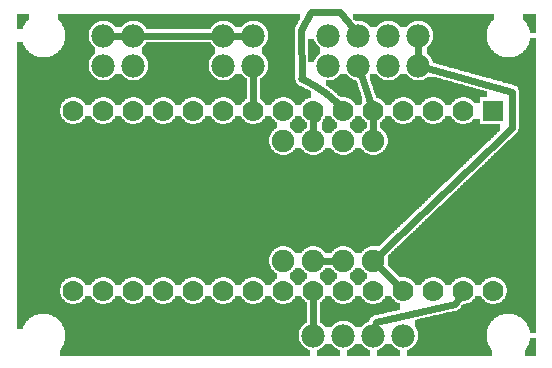
<source format=gbl>
G04 MADE WITH FRITZING*
G04 WWW.FRITZING.ORG*
G04 DOUBLE SIDED*
G04 HOLES PLATED*
G04 CONTOUR ON CENTER OF CONTOUR VECTOR*
%ASAXBY*%
%FSLAX23Y23*%
%MOIN*%
%OFA0B0*%
%SFA1.0B1.0*%
%ADD10C,0.075000*%
%ADD11C,0.070000*%
%ADD12C,0.078000*%
%ADD13R,0.070000X0.069972*%
%ADD14C,0.024000*%
%ADD15R,0.001000X0.001000*%
%LNCOPPER0*%
G90*
G70*
G54D10*
X540Y1027D03*
X1494Y1120D03*
G54D11*
X1629Y857D03*
X1529Y857D03*
X1429Y857D03*
X1329Y857D03*
X1229Y857D03*
X1129Y857D03*
X1029Y857D03*
X929Y857D03*
X829Y857D03*
X729Y857D03*
X629Y857D03*
X529Y857D03*
X429Y857D03*
X329Y857D03*
X229Y857D03*
X1629Y257D03*
X1529Y257D03*
X1429Y257D03*
X1329Y257D03*
X1229Y257D03*
X1129Y257D03*
X1029Y257D03*
X929Y257D03*
X829Y257D03*
X729Y257D03*
X629Y257D03*
X529Y257D03*
X429Y257D03*
X329Y257D03*
X229Y257D03*
G54D10*
X929Y357D03*
X929Y757D03*
X1029Y357D03*
X1029Y757D03*
X1129Y357D03*
X1129Y757D03*
X1229Y357D03*
X1229Y757D03*
G54D12*
X1379Y1107D03*
X1379Y1007D03*
X1279Y1107D03*
X1279Y1007D03*
X1179Y1107D03*
X1179Y1007D03*
X1079Y1107D03*
X1079Y1007D03*
X1029Y107D03*
X1129Y107D03*
X1229Y107D03*
X1329Y107D03*
X729Y1007D03*
X729Y1107D03*
X829Y1007D03*
X829Y1107D03*
X329Y1007D03*
X329Y1107D03*
X429Y1007D03*
X429Y1107D03*
G54D13*
X1629Y857D03*
G54D14*
X1029Y137D02*
X1029Y228D01*
D02*
X829Y886D02*
X829Y977D01*
D02*
X1229Y786D02*
X1229Y828D01*
D02*
X1188Y979D02*
X1219Y885D01*
D02*
X1160Y1131D02*
X1116Y1184D01*
X1116Y1184D02*
X1020Y1184D01*
D02*
X989Y1126D02*
X991Y962D01*
D02*
X1020Y1184D02*
X989Y1126D01*
D02*
X1057Y357D02*
X1100Y357D01*
D02*
X1308Y278D02*
X1249Y337D01*
D02*
X1408Y999D02*
X1692Y920D01*
X1692Y920D02*
X1692Y800D01*
X1692Y800D02*
X1249Y377D01*
D02*
X1379Y1077D02*
X1379Y1037D01*
D02*
X359Y1107D02*
X399Y1107D01*
D02*
X699Y1107D02*
X459Y1107D01*
D02*
X799Y1107D02*
X759Y1107D01*
D02*
X1233Y137D02*
X1236Y152D01*
X1236Y152D02*
X1500Y212D01*
X1500Y212D02*
X1513Y233D01*
D02*
X1029Y856D02*
X1029Y786D01*
D02*
X1041Y831D02*
X1029Y856D01*
G36*
X40Y1180D02*
X40Y1128D01*
X60Y1128D01*
X60Y1134D01*
X62Y1134D01*
X62Y1138D01*
X64Y1138D01*
X64Y1142D01*
X66Y1142D01*
X66Y1146D01*
X68Y1146D01*
X68Y1148D01*
X70Y1148D01*
X70Y1152D01*
X72Y1152D01*
X72Y1154D01*
X74Y1154D01*
X74Y1156D01*
X76Y1156D01*
X76Y1158D01*
X78Y1158D01*
X78Y1160D01*
X80Y1160D01*
X80Y1180D01*
X40Y1180D01*
G37*
D02*
G36*
X1728Y1180D02*
X1728Y1160D01*
X1730Y1160D01*
X1730Y1158D01*
X1732Y1158D01*
X1732Y1156D01*
X1734Y1156D01*
X1734Y1152D01*
X1736Y1152D01*
X1736Y1150D01*
X1738Y1150D01*
X1738Y1148D01*
X1740Y1148D01*
X1740Y1144D01*
X1742Y1144D01*
X1742Y1140D01*
X1744Y1140D01*
X1744Y1136D01*
X1746Y1136D01*
X1746Y1132D01*
X1748Y1132D01*
X1748Y1126D01*
X1750Y1126D01*
X1750Y1116D01*
X1770Y1116D01*
X1770Y1180D01*
X1728Y1180D01*
G37*
D02*
G36*
X1012Y1096D02*
X1012Y1018D01*
X1032Y1018D01*
X1032Y1024D01*
X1034Y1024D01*
X1034Y1028D01*
X1036Y1028D01*
X1036Y1032D01*
X1038Y1032D01*
X1038Y1036D01*
X1040Y1036D01*
X1040Y1038D01*
X1042Y1038D01*
X1042Y1040D01*
X1044Y1040D01*
X1044Y1042D01*
X1046Y1042D01*
X1046Y1044D01*
X1048Y1044D01*
X1048Y1046D01*
X1052Y1046D01*
X1052Y1066D01*
X1050Y1066D01*
X1050Y1068D01*
X1048Y1068D01*
X1048Y1070D01*
X1046Y1070D01*
X1046Y1072D01*
X1044Y1072D01*
X1044Y1074D01*
X1042Y1074D01*
X1042Y1076D01*
X1040Y1076D01*
X1040Y1078D01*
X1038Y1078D01*
X1038Y1082D01*
X1036Y1082D01*
X1036Y1084D01*
X1034Y1084D01*
X1034Y1090D01*
X1032Y1090D01*
X1032Y1096D01*
X1012Y1096D01*
G37*
D02*
G36*
X178Y1180D02*
X178Y1160D01*
X180Y1160D01*
X180Y1158D01*
X182Y1158D01*
X182Y1156D01*
X836Y1156D01*
X836Y1154D01*
X844Y1154D01*
X844Y1152D01*
X850Y1152D01*
X850Y1150D01*
X852Y1150D01*
X852Y1148D01*
X856Y1148D01*
X856Y1146D01*
X858Y1146D01*
X858Y1144D01*
X862Y1144D01*
X862Y1142D01*
X864Y1142D01*
X864Y1140D01*
X866Y1140D01*
X866Y1136D01*
X868Y1136D01*
X868Y1134D01*
X870Y1134D01*
X870Y1130D01*
X872Y1130D01*
X872Y1128D01*
X874Y1128D01*
X874Y1122D01*
X876Y1122D01*
X876Y1114D01*
X878Y1114D01*
X878Y1100D01*
X876Y1100D01*
X876Y1092D01*
X874Y1092D01*
X874Y1086D01*
X872Y1086D01*
X872Y1082D01*
X870Y1082D01*
X870Y1080D01*
X868Y1080D01*
X868Y1076D01*
X866Y1076D01*
X866Y1074D01*
X864Y1074D01*
X864Y1072D01*
X862Y1072D01*
X862Y1070D01*
X860Y1070D01*
X860Y1068D01*
X858Y1068D01*
X858Y1066D01*
X856Y1066D01*
X856Y1046D01*
X858Y1046D01*
X858Y1044D01*
X862Y1044D01*
X862Y1042D01*
X864Y1042D01*
X864Y1040D01*
X866Y1040D01*
X866Y1036D01*
X868Y1036D01*
X868Y1034D01*
X870Y1034D01*
X870Y1030D01*
X872Y1030D01*
X872Y1028D01*
X874Y1028D01*
X874Y1022D01*
X876Y1022D01*
X876Y1014D01*
X878Y1014D01*
X878Y1000D01*
X876Y1000D01*
X876Y992D01*
X874Y992D01*
X874Y986D01*
X872Y986D01*
X872Y982D01*
X870Y982D01*
X870Y980D01*
X868Y980D01*
X868Y976D01*
X866Y976D01*
X866Y974D01*
X864Y974D01*
X864Y972D01*
X862Y972D01*
X862Y970D01*
X860Y970D01*
X860Y968D01*
X858Y968D01*
X858Y966D01*
X854Y966D01*
X854Y964D01*
X850Y964D01*
X850Y902D01*
X936Y902D01*
X936Y900D01*
X944Y900D01*
X944Y898D01*
X948Y898D01*
X948Y896D01*
X952Y896D01*
X952Y894D01*
X954Y894D01*
X954Y892D01*
X958Y892D01*
X958Y890D01*
X960Y890D01*
X960Y888D01*
X962Y888D01*
X962Y886D01*
X964Y886D01*
X964Y882D01*
X966Y882D01*
X966Y880D01*
X968Y880D01*
X968Y876D01*
X988Y876D01*
X988Y878D01*
X990Y878D01*
X990Y882D01*
X992Y882D01*
X992Y884D01*
X994Y884D01*
X994Y886D01*
X996Y886D01*
X996Y888D01*
X998Y888D01*
X998Y890D01*
X1000Y890D01*
X1000Y892D01*
X1002Y892D01*
X1002Y894D01*
X1006Y894D01*
X1006Y896D01*
X1010Y896D01*
X1010Y898D01*
X1014Y898D01*
X1014Y900D01*
X1022Y900D01*
X1022Y920D01*
X1020Y920D01*
X1020Y922D01*
X1016Y922D01*
X1016Y924D01*
X1012Y924D01*
X1012Y926D01*
X1010Y926D01*
X1010Y928D01*
X1006Y928D01*
X1006Y930D01*
X1002Y930D01*
X1002Y932D01*
X998Y932D01*
X998Y934D01*
X994Y934D01*
X994Y936D01*
X990Y936D01*
X990Y938D01*
X986Y938D01*
X986Y940D01*
X982Y940D01*
X982Y942D01*
X978Y942D01*
X978Y944D01*
X976Y944D01*
X976Y946D01*
X974Y946D01*
X974Y948D01*
X972Y948D01*
X972Y952D01*
X970Y952D01*
X970Y958D01*
X968Y958D01*
X968Y1134D01*
X970Y1134D01*
X970Y1138D01*
X972Y1138D01*
X972Y1142D01*
X974Y1142D01*
X974Y1146D01*
X976Y1146D01*
X976Y1150D01*
X978Y1150D01*
X978Y1154D01*
X980Y1154D01*
X980Y1156D01*
X982Y1156D01*
X982Y1160D01*
X984Y1160D01*
X984Y1180D01*
X178Y1180D01*
G37*
D02*
G36*
X184Y1156D02*
X184Y1152D01*
X186Y1152D01*
X186Y1150D01*
X188Y1150D01*
X188Y1148D01*
X190Y1148D01*
X190Y1144D01*
X192Y1144D01*
X192Y1140D01*
X194Y1140D01*
X194Y1136D01*
X196Y1136D01*
X196Y1132D01*
X198Y1132D01*
X198Y1126D01*
X200Y1126D01*
X200Y1116D01*
X202Y1116D01*
X202Y1098D01*
X200Y1098D01*
X200Y1088D01*
X198Y1088D01*
X198Y1082D01*
X196Y1082D01*
X196Y1076D01*
X194Y1076D01*
X194Y1072D01*
X192Y1072D01*
X192Y1070D01*
X190Y1070D01*
X190Y1066D01*
X188Y1066D01*
X188Y1064D01*
X186Y1064D01*
X186Y1060D01*
X184Y1060D01*
X184Y1058D01*
X182Y1058D01*
X182Y1056D01*
X180Y1056D01*
X180Y1054D01*
X178Y1054D01*
X178Y1052D01*
X176Y1052D01*
X176Y1050D01*
X174Y1050D01*
X174Y1048D01*
X170Y1048D01*
X170Y1046D01*
X168Y1046D01*
X168Y1044D01*
X164Y1044D01*
X164Y1042D01*
X160Y1042D01*
X160Y1040D01*
X156Y1040D01*
X156Y1038D01*
X150Y1038D01*
X150Y1036D01*
X142Y1036D01*
X142Y1034D01*
X288Y1034D01*
X288Y1036D01*
X290Y1036D01*
X290Y1038D01*
X292Y1038D01*
X292Y1040D01*
X294Y1040D01*
X294Y1042D01*
X296Y1042D01*
X296Y1044D01*
X298Y1044D01*
X298Y1046D01*
X302Y1046D01*
X302Y1066D01*
X300Y1066D01*
X300Y1068D01*
X298Y1068D01*
X298Y1070D01*
X296Y1070D01*
X296Y1072D01*
X294Y1072D01*
X294Y1074D01*
X292Y1074D01*
X292Y1076D01*
X290Y1076D01*
X290Y1078D01*
X288Y1078D01*
X288Y1082D01*
X286Y1082D01*
X286Y1084D01*
X284Y1084D01*
X284Y1090D01*
X282Y1090D01*
X282Y1096D01*
X280Y1096D01*
X280Y1118D01*
X282Y1118D01*
X282Y1124D01*
X284Y1124D01*
X284Y1128D01*
X286Y1128D01*
X286Y1132D01*
X288Y1132D01*
X288Y1136D01*
X290Y1136D01*
X290Y1138D01*
X292Y1138D01*
X292Y1140D01*
X294Y1140D01*
X294Y1142D01*
X296Y1142D01*
X296Y1144D01*
X298Y1144D01*
X298Y1146D01*
X302Y1146D01*
X302Y1148D01*
X304Y1148D01*
X304Y1150D01*
X308Y1150D01*
X308Y1152D01*
X314Y1152D01*
X314Y1154D01*
X322Y1154D01*
X322Y1156D01*
X184Y1156D01*
G37*
D02*
G36*
X336Y1156D02*
X336Y1154D01*
X344Y1154D01*
X344Y1152D01*
X350Y1152D01*
X350Y1150D01*
X352Y1150D01*
X352Y1148D01*
X356Y1148D01*
X356Y1146D01*
X358Y1146D01*
X358Y1144D01*
X362Y1144D01*
X362Y1142D01*
X364Y1142D01*
X364Y1140D01*
X366Y1140D01*
X366Y1136D01*
X368Y1136D01*
X368Y1134D01*
X388Y1134D01*
X388Y1136D01*
X390Y1136D01*
X390Y1138D01*
X392Y1138D01*
X392Y1140D01*
X394Y1140D01*
X394Y1142D01*
X396Y1142D01*
X396Y1144D01*
X398Y1144D01*
X398Y1146D01*
X402Y1146D01*
X402Y1148D01*
X404Y1148D01*
X404Y1150D01*
X408Y1150D01*
X408Y1152D01*
X414Y1152D01*
X414Y1154D01*
X422Y1154D01*
X422Y1156D01*
X336Y1156D01*
G37*
D02*
G36*
X436Y1156D02*
X436Y1154D01*
X444Y1154D01*
X444Y1152D01*
X450Y1152D01*
X450Y1150D01*
X452Y1150D01*
X452Y1148D01*
X456Y1148D01*
X456Y1146D01*
X458Y1146D01*
X458Y1144D01*
X462Y1144D01*
X462Y1142D01*
X464Y1142D01*
X464Y1140D01*
X466Y1140D01*
X466Y1136D01*
X468Y1136D01*
X468Y1134D01*
X470Y1134D01*
X470Y1130D01*
X472Y1130D01*
X472Y1128D01*
X686Y1128D01*
X686Y1132D01*
X688Y1132D01*
X688Y1136D01*
X690Y1136D01*
X690Y1138D01*
X692Y1138D01*
X692Y1140D01*
X694Y1140D01*
X694Y1142D01*
X696Y1142D01*
X696Y1144D01*
X698Y1144D01*
X698Y1146D01*
X702Y1146D01*
X702Y1148D01*
X704Y1148D01*
X704Y1150D01*
X708Y1150D01*
X708Y1152D01*
X714Y1152D01*
X714Y1154D01*
X722Y1154D01*
X722Y1156D01*
X436Y1156D01*
G37*
D02*
G36*
X736Y1156D02*
X736Y1154D01*
X744Y1154D01*
X744Y1152D01*
X750Y1152D01*
X750Y1150D01*
X752Y1150D01*
X752Y1148D01*
X756Y1148D01*
X756Y1146D01*
X758Y1146D01*
X758Y1144D01*
X762Y1144D01*
X762Y1142D01*
X764Y1142D01*
X764Y1140D01*
X766Y1140D01*
X766Y1136D01*
X768Y1136D01*
X768Y1134D01*
X788Y1134D01*
X788Y1136D01*
X790Y1136D01*
X790Y1138D01*
X792Y1138D01*
X792Y1140D01*
X794Y1140D01*
X794Y1142D01*
X796Y1142D01*
X796Y1144D01*
X798Y1144D01*
X798Y1146D01*
X802Y1146D01*
X802Y1148D01*
X804Y1148D01*
X804Y1150D01*
X808Y1150D01*
X808Y1152D01*
X814Y1152D01*
X814Y1154D01*
X822Y1154D01*
X822Y1156D01*
X736Y1156D01*
G37*
D02*
G36*
X40Y1086D02*
X40Y1034D01*
X116Y1034D01*
X116Y1036D01*
X108Y1036D01*
X108Y1038D01*
X102Y1038D01*
X102Y1040D01*
X98Y1040D01*
X98Y1042D01*
X94Y1042D01*
X94Y1044D01*
X90Y1044D01*
X90Y1046D01*
X86Y1046D01*
X86Y1048D01*
X84Y1048D01*
X84Y1050D01*
X82Y1050D01*
X82Y1052D01*
X80Y1052D01*
X80Y1054D01*
X78Y1054D01*
X78Y1056D01*
X76Y1056D01*
X76Y1058D01*
X74Y1058D01*
X74Y1060D01*
X72Y1060D01*
X72Y1062D01*
X70Y1062D01*
X70Y1064D01*
X68Y1064D01*
X68Y1068D01*
X66Y1068D01*
X66Y1072D01*
X64Y1072D01*
X64Y1076D01*
X62Y1076D01*
X62Y1080D01*
X60Y1080D01*
X60Y1086D01*
X40Y1086D01*
G37*
D02*
G36*
X472Y1084D02*
X472Y1082D01*
X470Y1082D01*
X470Y1080D01*
X468Y1080D01*
X468Y1076D01*
X466Y1076D01*
X466Y1074D01*
X464Y1074D01*
X464Y1072D01*
X462Y1072D01*
X462Y1070D01*
X460Y1070D01*
X460Y1068D01*
X458Y1068D01*
X458Y1066D01*
X456Y1066D01*
X456Y1046D01*
X458Y1046D01*
X458Y1044D01*
X462Y1044D01*
X462Y1042D01*
X464Y1042D01*
X464Y1040D01*
X466Y1040D01*
X466Y1036D01*
X468Y1036D01*
X468Y1034D01*
X470Y1034D01*
X470Y1030D01*
X472Y1030D01*
X472Y1028D01*
X474Y1028D01*
X474Y1022D01*
X476Y1022D01*
X476Y1014D01*
X478Y1014D01*
X478Y1000D01*
X476Y1000D01*
X476Y992D01*
X474Y992D01*
X474Y986D01*
X472Y986D01*
X472Y982D01*
X470Y982D01*
X470Y980D01*
X468Y980D01*
X468Y976D01*
X466Y976D01*
X466Y974D01*
X464Y974D01*
X464Y972D01*
X462Y972D01*
X462Y970D01*
X460Y970D01*
X460Y968D01*
X458Y968D01*
X458Y966D01*
X454Y966D01*
X454Y964D01*
X450Y964D01*
X450Y962D01*
X446Y962D01*
X446Y960D01*
X440Y960D01*
X440Y958D01*
X718Y958D01*
X718Y960D01*
X712Y960D01*
X712Y962D01*
X706Y962D01*
X706Y964D01*
X704Y964D01*
X704Y966D01*
X700Y966D01*
X700Y968D01*
X698Y968D01*
X698Y970D01*
X696Y970D01*
X696Y972D01*
X694Y972D01*
X694Y974D01*
X692Y974D01*
X692Y976D01*
X690Y976D01*
X690Y978D01*
X688Y978D01*
X688Y982D01*
X686Y982D01*
X686Y984D01*
X684Y984D01*
X684Y990D01*
X682Y990D01*
X682Y996D01*
X680Y996D01*
X680Y1018D01*
X682Y1018D01*
X682Y1024D01*
X684Y1024D01*
X684Y1028D01*
X686Y1028D01*
X686Y1032D01*
X688Y1032D01*
X688Y1036D01*
X690Y1036D01*
X690Y1038D01*
X692Y1038D01*
X692Y1040D01*
X694Y1040D01*
X694Y1042D01*
X696Y1042D01*
X696Y1044D01*
X698Y1044D01*
X698Y1046D01*
X702Y1046D01*
X702Y1066D01*
X700Y1066D01*
X700Y1068D01*
X698Y1068D01*
X698Y1070D01*
X696Y1070D01*
X696Y1072D01*
X694Y1072D01*
X694Y1074D01*
X692Y1074D01*
X692Y1076D01*
X690Y1076D01*
X690Y1078D01*
X688Y1078D01*
X688Y1082D01*
X686Y1082D01*
X686Y1084D01*
X472Y1084D01*
G37*
D02*
G36*
X40Y1034D02*
X40Y1032D01*
X288Y1032D01*
X288Y1034D01*
X40Y1034D01*
G37*
D02*
G36*
X40Y1034D02*
X40Y1032D01*
X288Y1032D01*
X288Y1034D01*
X40Y1034D01*
G37*
D02*
G36*
X40Y1032D02*
X40Y958D01*
X318Y958D01*
X318Y960D01*
X312Y960D01*
X312Y962D01*
X306Y962D01*
X306Y964D01*
X304Y964D01*
X304Y966D01*
X300Y966D01*
X300Y968D01*
X298Y968D01*
X298Y970D01*
X296Y970D01*
X296Y972D01*
X294Y972D01*
X294Y974D01*
X292Y974D01*
X292Y976D01*
X290Y976D01*
X290Y978D01*
X288Y978D01*
X288Y982D01*
X286Y982D01*
X286Y984D01*
X284Y984D01*
X284Y990D01*
X282Y990D01*
X282Y996D01*
X280Y996D01*
X280Y1018D01*
X282Y1018D01*
X282Y1024D01*
X284Y1024D01*
X284Y1028D01*
X286Y1028D01*
X286Y1032D01*
X40Y1032D01*
G37*
D02*
G36*
X368Y980D02*
X368Y976D01*
X366Y976D01*
X366Y974D01*
X364Y974D01*
X364Y972D01*
X362Y972D01*
X362Y970D01*
X360Y970D01*
X360Y968D01*
X358Y968D01*
X358Y966D01*
X354Y966D01*
X354Y964D01*
X350Y964D01*
X350Y962D01*
X346Y962D01*
X346Y960D01*
X340Y960D01*
X340Y958D01*
X418Y958D01*
X418Y960D01*
X412Y960D01*
X412Y962D01*
X406Y962D01*
X406Y964D01*
X404Y964D01*
X404Y966D01*
X400Y966D01*
X400Y968D01*
X398Y968D01*
X398Y970D01*
X396Y970D01*
X396Y972D01*
X394Y972D01*
X394Y974D01*
X392Y974D01*
X392Y976D01*
X390Y976D01*
X390Y978D01*
X388Y978D01*
X388Y980D01*
X368Y980D01*
G37*
D02*
G36*
X768Y980D02*
X768Y976D01*
X766Y976D01*
X766Y974D01*
X764Y974D01*
X764Y972D01*
X762Y972D01*
X762Y970D01*
X760Y970D01*
X760Y968D01*
X758Y968D01*
X758Y966D01*
X754Y966D01*
X754Y964D01*
X750Y964D01*
X750Y962D01*
X746Y962D01*
X746Y960D01*
X740Y960D01*
X740Y958D01*
X806Y958D01*
X806Y964D01*
X804Y964D01*
X804Y966D01*
X800Y966D01*
X800Y968D01*
X798Y968D01*
X798Y970D01*
X796Y970D01*
X796Y972D01*
X794Y972D01*
X794Y974D01*
X792Y974D01*
X792Y976D01*
X790Y976D01*
X790Y978D01*
X788Y978D01*
X788Y980D01*
X768Y980D01*
G37*
D02*
G36*
X40Y958D02*
X40Y956D01*
X806Y956D01*
X806Y958D01*
X40Y958D01*
G37*
D02*
G36*
X40Y958D02*
X40Y956D01*
X806Y956D01*
X806Y958D01*
X40Y958D01*
G37*
D02*
G36*
X40Y958D02*
X40Y956D01*
X806Y956D01*
X806Y958D01*
X40Y958D01*
G37*
D02*
G36*
X40Y958D02*
X40Y956D01*
X806Y956D01*
X806Y958D01*
X40Y958D01*
G37*
D02*
G36*
X40Y956D02*
X40Y902D01*
X736Y902D01*
X736Y900D01*
X744Y900D01*
X744Y898D01*
X748Y898D01*
X748Y896D01*
X752Y896D01*
X752Y894D01*
X754Y894D01*
X754Y892D01*
X758Y892D01*
X758Y890D01*
X760Y890D01*
X760Y888D01*
X762Y888D01*
X762Y886D01*
X764Y886D01*
X764Y882D01*
X766Y882D01*
X766Y880D01*
X768Y880D01*
X768Y876D01*
X788Y876D01*
X788Y878D01*
X790Y878D01*
X790Y882D01*
X792Y882D01*
X792Y884D01*
X794Y884D01*
X794Y886D01*
X796Y886D01*
X796Y888D01*
X798Y888D01*
X798Y890D01*
X800Y890D01*
X800Y892D01*
X802Y892D01*
X802Y894D01*
X806Y894D01*
X806Y956D01*
X40Y956D01*
G37*
D02*
G36*
X40Y902D02*
X40Y812D01*
X218Y812D01*
X218Y814D01*
X212Y814D01*
X212Y816D01*
X208Y816D01*
X208Y818D01*
X204Y818D01*
X204Y820D01*
X202Y820D01*
X202Y822D01*
X200Y822D01*
X200Y824D01*
X196Y824D01*
X196Y828D01*
X194Y828D01*
X194Y830D01*
X192Y830D01*
X192Y832D01*
X190Y832D01*
X190Y836D01*
X188Y836D01*
X188Y840D01*
X186Y840D01*
X186Y846D01*
X184Y846D01*
X184Y866D01*
X186Y866D01*
X186Y874D01*
X188Y874D01*
X188Y878D01*
X190Y878D01*
X190Y882D01*
X192Y882D01*
X192Y884D01*
X194Y884D01*
X194Y886D01*
X196Y886D01*
X196Y888D01*
X198Y888D01*
X198Y890D01*
X200Y890D01*
X200Y892D01*
X202Y892D01*
X202Y894D01*
X206Y894D01*
X206Y896D01*
X210Y896D01*
X210Y898D01*
X214Y898D01*
X214Y900D01*
X222Y900D01*
X222Y902D01*
X40Y902D01*
G37*
D02*
G36*
X236Y902D02*
X236Y900D01*
X244Y900D01*
X244Y898D01*
X248Y898D01*
X248Y896D01*
X252Y896D01*
X252Y894D01*
X254Y894D01*
X254Y892D01*
X258Y892D01*
X258Y890D01*
X260Y890D01*
X260Y888D01*
X262Y888D01*
X262Y886D01*
X264Y886D01*
X264Y882D01*
X266Y882D01*
X266Y880D01*
X268Y880D01*
X268Y876D01*
X288Y876D01*
X288Y878D01*
X290Y878D01*
X290Y882D01*
X292Y882D01*
X292Y884D01*
X294Y884D01*
X294Y886D01*
X296Y886D01*
X296Y888D01*
X298Y888D01*
X298Y890D01*
X300Y890D01*
X300Y892D01*
X302Y892D01*
X302Y894D01*
X306Y894D01*
X306Y896D01*
X310Y896D01*
X310Y898D01*
X314Y898D01*
X314Y900D01*
X322Y900D01*
X322Y902D01*
X236Y902D01*
G37*
D02*
G36*
X336Y902D02*
X336Y900D01*
X344Y900D01*
X344Y898D01*
X348Y898D01*
X348Y896D01*
X352Y896D01*
X352Y894D01*
X354Y894D01*
X354Y892D01*
X358Y892D01*
X358Y890D01*
X360Y890D01*
X360Y888D01*
X362Y888D01*
X362Y886D01*
X364Y886D01*
X364Y882D01*
X366Y882D01*
X366Y880D01*
X368Y880D01*
X368Y876D01*
X388Y876D01*
X388Y878D01*
X390Y878D01*
X390Y882D01*
X392Y882D01*
X392Y884D01*
X394Y884D01*
X394Y886D01*
X396Y886D01*
X396Y888D01*
X398Y888D01*
X398Y890D01*
X400Y890D01*
X400Y892D01*
X402Y892D01*
X402Y894D01*
X406Y894D01*
X406Y896D01*
X410Y896D01*
X410Y898D01*
X414Y898D01*
X414Y900D01*
X422Y900D01*
X422Y902D01*
X336Y902D01*
G37*
D02*
G36*
X436Y902D02*
X436Y900D01*
X444Y900D01*
X444Y898D01*
X448Y898D01*
X448Y896D01*
X452Y896D01*
X452Y894D01*
X454Y894D01*
X454Y892D01*
X458Y892D01*
X458Y890D01*
X460Y890D01*
X460Y888D01*
X462Y888D01*
X462Y886D01*
X464Y886D01*
X464Y882D01*
X466Y882D01*
X466Y880D01*
X468Y880D01*
X468Y876D01*
X488Y876D01*
X488Y878D01*
X490Y878D01*
X490Y882D01*
X492Y882D01*
X492Y884D01*
X494Y884D01*
X494Y886D01*
X496Y886D01*
X496Y888D01*
X498Y888D01*
X498Y890D01*
X500Y890D01*
X500Y892D01*
X502Y892D01*
X502Y894D01*
X506Y894D01*
X506Y896D01*
X510Y896D01*
X510Y898D01*
X514Y898D01*
X514Y900D01*
X522Y900D01*
X522Y902D01*
X436Y902D01*
G37*
D02*
G36*
X536Y902D02*
X536Y900D01*
X544Y900D01*
X544Y898D01*
X548Y898D01*
X548Y896D01*
X552Y896D01*
X552Y894D01*
X554Y894D01*
X554Y892D01*
X558Y892D01*
X558Y890D01*
X560Y890D01*
X560Y888D01*
X562Y888D01*
X562Y886D01*
X564Y886D01*
X564Y882D01*
X566Y882D01*
X566Y880D01*
X568Y880D01*
X568Y876D01*
X588Y876D01*
X588Y878D01*
X590Y878D01*
X590Y882D01*
X592Y882D01*
X592Y884D01*
X594Y884D01*
X594Y886D01*
X596Y886D01*
X596Y888D01*
X598Y888D01*
X598Y890D01*
X600Y890D01*
X600Y892D01*
X602Y892D01*
X602Y894D01*
X606Y894D01*
X606Y896D01*
X610Y896D01*
X610Y898D01*
X614Y898D01*
X614Y900D01*
X622Y900D01*
X622Y902D01*
X536Y902D01*
G37*
D02*
G36*
X636Y902D02*
X636Y900D01*
X644Y900D01*
X644Y898D01*
X648Y898D01*
X648Y896D01*
X652Y896D01*
X652Y894D01*
X654Y894D01*
X654Y892D01*
X658Y892D01*
X658Y890D01*
X660Y890D01*
X660Y888D01*
X662Y888D01*
X662Y886D01*
X664Y886D01*
X664Y882D01*
X666Y882D01*
X666Y880D01*
X668Y880D01*
X668Y876D01*
X688Y876D01*
X688Y878D01*
X690Y878D01*
X690Y882D01*
X692Y882D01*
X692Y884D01*
X694Y884D01*
X694Y886D01*
X696Y886D01*
X696Y888D01*
X698Y888D01*
X698Y890D01*
X700Y890D01*
X700Y892D01*
X702Y892D01*
X702Y894D01*
X706Y894D01*
X706Y896D01*
X710Y896D01*
X710Y898D01*
X714Y898D01*
X714Y900D01*
X722Y900D01*
X722Y902D01*
X636Y902D01*
G37*
D02*
G36*
X850Y902D02*
X850Y896D01*
X852Y896D01*
X852Y894D01*
X854Y894D01*
X854Y892D01*
X858Y892D01*
X858Y890D01*
X860Y890D01*
X860Y888D01*
X862Y888D01*
X862Y886D01*
X864Y886D01*
X864Y882D01*
X866Y882D01*
X866Y880D01*
X868Y880D01*
X868Y876D01*
X888Y876D01*
X888Y878D01*
X890Y878D01*
X890Y882D01*
X892Y882D01*
X892Y884D01*
X894Y884D01*
X894Y886D01*
X896Y886D01*
X896Y888D01*
X898Y888D01*
X898Y890D01*
X900Y890D01*
X900Y892D01*
X902Y892D01*
X902Y894D01*
X906Y894D01*
X906Y896D01*
X910Y896D01*
X910Y898D01*
X914Y898D01*
X914Y900D01*
X922Y900D01*
X922Y902D01*
X850Y902D01*
G37*
D02*
G36*
X268Y838D02*
X268Y834D01*
X266Y834D01*
X266Y830D01*
X264Y830D01*
X264Y828D01*
X262Y828D01*
X262Y826D01*
X260Y826D01*
X260Y824D01*
X258Y824D01*
X258Y822D01*
X256Y822D01*
X256Y820D01*
X254Y820D01*
X254Y818D01*
X250Y818D01*
X250Y816D01*
X246Y816D01*
X246Y814D01*
X238Y814D01*
X238Y812D01*
X318Y812D01*
X318Y814D01*
X312Y814D01*
X312Y816D01*
X308Y816D01*
X308Y818D01*
X304Y818D01*
X304Y820D01*
X302Y820D01*
X302Y822D01*
X300Y822D01*
X300Y824D01*
X296Y824D01*
X296Y828D01*
X294Y828D01*
X294Y830D01*
X292Y830D01*
X292Y832D01*
X290Y832D01*
X290Y836D01*
X288Y836D01*
X288Y838D01*
X268Y838D01*
G37*
D02*
G36*
X368Y838D02*
X368Y834D01*
X366Y834D01*
X366Y830D01*
X364Y830D01*
X364Y828D01*
X362Y828D01*
X362Y826D01*
X360Y826D01*
X360Y824D01*
X358Y824D01*
X358Y822D01*
X356Y822D01*
X356Y820D01*
X354Y820D01*
X354Y818D01*
X350Y818D01*
X350Y816D01*
X346Y816D01*
X346Y814D01*
X338Y814D01*
X338Y812D01*
X418Y812D01*
X418Y814D01*
X412Y814D01*
X412Y816D01*
X408Y816D01*
X408Y818D01*
X404Y818D01*
X404Y820D01*
X402Y820D01*
X402Y822D01*
X400Y822D01*
X400Y824D01*
X396Y824D01*
X396Y828D01*
X394Y828D01*
X394Y830D01*
X392Y830D01*
X392Y832D01*
X390Y832D01*
X390Y836D01*
X388Y836D01*
X388Y838D01*
X368Y838D01*
G37*
D02*
G36*
X468Y838D02*
X468Y834D01*
X466Y834D01*
X466Y830D01*
X464Y830D01*
X464Y828D01*
X462Y828D01*
X462Y826D01*
X460Y826D01*
X460Y824D01*
X458Y824D01*
X458Y822D01*
X456Y822D01*
X456Y820D01*
X454Y820D01*
X454Y818D01*
X450Y818D01*
X450Y816D01*
X446Y816D01*
X446Y814D01*
X438Y814D01*
X438Y812D01*
X518Y812D01*
X518Y814D01*
X512Y814D01*
X512Y816D01*
X508Y816D01*
X508Y818D01*
X504Y818D01*
X504Y820D01*
X502Y820D01*
X502Y822D01*
X500Y822D01*
X500Y824D01*
X496Y824D01*
X496Y828D01*
X494Y828D01*
X494Y830D01*
X492Y830D01*
X492Y832D01*
X490Y832D01*
X490Y836D01*
X488Y836D01*
X488Y838D01*
X468Y838D01*
G37*
D02*
G36*
X568Y838D02*
X568Y834D01*
X566Y834D01*
X566Y830D01*
X564Y830D01*
X564Y828D01*
X562Y828D01*
X562Y826D01*
X560Y826D01*
X560Y824D01*
X558Y824D01*
X558Y822D01*
X556Y822D01*
X556Y820D01*
X554Y820D01*
X554Y818D01*
X550Y818D01*
X550Y816D01*
X546Y816D01*
X546Y814D01*
X538Y814D01*
X538Y812D01*
X618Y812D01*
X618Y814D01*
X612Y814D01*
X612Y816D01*
X608Y816D01*
X608Y818D01*
X604Y818D01*
X604Y820D01*
X602Y820D01*
X602Y822D01*
X600Y822D01*
X600Y824D01*
X596Y824D01*
X596Y828D01*
X594Y828D01*
X594Y830D01*
X592Y830D01*
X592Y832D01*
X590Y832D01*
X590Y836D01*
X588Y836D01*
X588Y838D01*
X568Y838D01*
G37*
D02*
G36*
X668Y838D02*
X668Y834D01*
X666Y834D01*
X666Y830D01*
X664Y830D01*
X664Y828D01*
X662Y828D01*
X662Y826D01*
X660Y826D01*
X660Y824D01*
X658Y824D01*
X658Y822D01*
X656Y822D01*
X656Y820D01*
X654Y820D01*
X654Y818D01*
X650Y818D01*
X650Y816D01*
X646Y816D01*
X646Y814D01*
X638Y814D01*
X638Y812D01*
X718Y812D01*
X718Y814D01*
X712Y814D01*
X712Y816D01*
X708Y816D01*
X708Y818D01*
X704Y818D01*
X704Y820D01*
X702Y820D01*
X702Y822D01*
X700Y822D01*
X700Y824D01*
X696Y824D01*
X696Y828D01*
X694Y828D01*
X694Y830D01*
X692Y830D01*
X692Y832D01*
X690Y832D01*
X690Y836D01*
X688Y836D01*
X688Y838D01*
X668Y838D01*
G37*
D02*
G36*
X768Y838D02*
X768Y834D01*
X766Y834D01*
X766Y830D01*
X764Y830D01*
X764Y828D01*
X762Y828D01*
X762Y826D01*
X760Y826D01*
X760Y824D01*
X758Y824D01*
X758Y822D01*
X756Y822D01*
X756Y820D01*
X754Y820D01*
X754Y818D01*
X750Y818D01*
X750Y816D01*
X746Y816D01*
X746Y814D01*
X738Y814D01*
X738Y812D01*
X818Y812D01*
X818Y814D01*
X812Y814D01*
X812Y816D01*
X808Y816D01*
X808Y818D01*
X804Y818D01*
X804Y820D01*
X802Y820D01*
X802Y822D01*
X800Y822D01*
X800Y824D01*
X796Y824D01*
X796Y828D01*
X794Y828D01*
X794Y830D01*
X792Y830D01*
X792Y832D01*
X790Y832D01*
X790Y836D01*
X788Y836D01*
X788Y838D01*
X768Y838D01*
G37*
D02*
G36*
X868Y838D02*
X868Y834D01*
X866Y834D01*
X866Y830D01*
X864Y830D01*
X864Y828D01*
X862Y828D01*
X862Y826D01*
X860Y826D01*
X860Y824D01*
X858Y824D01*
X858Y822D01*
X856Y822D01*
X856Y820D01*
X854Y820D01*
X854Y818D01*
X850Y818D01*
X850Y816D01*
X846Y816D01*
X846Y814D01*
X838Y814D01*
X838Y812D01*
X908Y812D01*
X908Y818D01*
X904Y818D01*
X904Y820D01*
X902Y820D01*
X902Y822D01*
X900Y822D01*
X900Y824D01*
X896Y824D01*
X896Y828D01*
X894Y828D01*
X894Y830D01*
X892Y830D01*
X892Y832D01*
X890Y832D01*
X890Y836D01*
X888Y836D01*
X888Y838D01*
X868Y838D01*
G37*
D02*
G36*
X1268Y838D02*
X1268Y834D01*
X1266Y834D01*
X1266Y830D01*
X1264Y830D01*
X1264Y828D01*
X1262Y828D01*
X1262Y826D01*
X1260Y826D01*
X1260Y824D01*
X1258Y824D01*
X1258Y822D01*
X1256Y822D01*
X1256Y820D01*
X1254Y820D01*
X1254Y818D01*
X1250Y818D01*
X1250Y812D01*
X1318Y812D01*
X1318Y814D01*
X1312Y814D01*
X1312Y816D01*
X1308Y816D01*
X1308Y818D01*
X1304Y818D01*
X1304Y820D01*
X1302Y820D01*
X1302Y822D01*
X1300Y822D01*
X1300Y824D01*
X1296Y824D01*
X1296Y828D01*
X1294Y828D01*
X1294Y830D01*
X1292Y830D01*
X1292Y832D01*
X1290Y832D01*
X1290Y836D01*
X1288Y836D01*
X1288Y838D01*
X1268Y838D01*
G37*
D02*
G36*
X1368Y838D02*
X1368Y834D01*
X1366Y834D01*
X1366Y830D01*
X1364Y830D01*
X1364Y828D01*
X1362Y828D01*
X1362Y826D01*
X1360Y826D01*
X1360Y824D01*
X1358Y824D01*
X1358Y822D01*
X1356Y822D01*
X1356Y820D01*
X1354Y820D01*
X1354Y818D01*
X1350Y818D01*
X1350Y816D01*
X1346Y816D01*
X1346Y814D01*
X1338Y814D01*
X1338Y812D01*
X1418Y812D01*
X1418Y814D01*
X1412Y814D01*
X1412Y816D01*
X1408Y816D01*
X1408Y818D01*
X1404Y818D01*
X1404Y820D01*
X1402Y820D01*
X1402Y822D01*
X1400Y822D01*
X1400Y824D01*
X1396Y824D01*
X1396Y828D01*
X1394Y828D01*
X1394Y830D01*
X1392Y830D01*
X1392Y832D01*
X1390Y832D01*
X1390Y836D01*
X1388Y836D01*
X1388Y838D01*
X1368Y838D01*
G37*
D02*
G36*
X1468Y838D02*
X1468Y834D01*
X1466Y834D01*
X1466Y830D01*
X1464Y830D01*
X1464Y828D01*
X1462Y828D01*
X1462Y826D01*
X1460Y826D01*
X1460Y824D01*
X1458Y824D01*
X1458Y822D01*
X1456Y822D01*
X1456Y820D01*
X1454Y820D01*
X1454Y818D01*
X1450Y818D01*
X1450Y816D01*
X1446Y816D01*
X1446Y814D01*
X1438Y814D01*
X1438Y812D01*
X1518Y812D01*
X1518Y814D01*
X1512Y814D01*
X1512Y816D01*
X1508Y816D01*
X1508Y818D01*
X1504Y818D01*
X1504Y820D01*
X1502Y820D01*
X1502Y822D01*
X1500Y822D01*
X1500Y824D01*
X1496Y824D01*
X1496Y828D01*
X1494Y828D01*
X1494Y830D01*
X1492Y830D01*
X1492Y832D01*
X1490Y832D01*
X1490Y836D01*
X1488Y836D01*
X1488Y838D01*
X1468Y838D01*
G37*
D02*
G36*
X1564Y830D02*
X1564Y828D01*
X1562Y828D01*
X1562Y826D01*
X1560Y826D01*
X1560Y824D01*
X1558Y824D01*
X1558Y822D01*
X1556Y822D01*
X1556Y820D01*
X1554Y820D01*
X1554Y818D01*
X1550Y818D01*
X1550Y816D01*
X1546Y816D01*
X1546Y814D01*
X1538Y814D01*
X1538Y812D01*
X1584Y812D01*
X1584Y830D01*
X1564Y830D01*
G37*
D02*
G36*
X40Y812D02*
X40Y810D01*
X908Y810D01*
X908Y812D01*
X40Y812D01*
G37*
D02*
G36*
X40Y812D02*
X40Y810D01*
X908Y810D01*
X908Y812D01*
X40Y812D01*
G37*
D02*
G36*
X40Y812D02*
X40Y810D01*
X908Y810D01*
X908Y812D01*
X40Y812D01*
G37*
D02*
G36*
X40Y812D02*
X40Y810D01*
X908Y810D01*
X908Y812D01*
X40Y812D01*
G37*
D02*
G36*
X40Y812D02*
X40Y810D01*
X908Y810D01*
X908Y812D01*
X40Y812D01*
G37*
D02*
G36*
X40Y812D02*
X40Y810D01*
X908Y810D01*
X908Y812D01*
X40Y812D01*
G37*
D02*
G36*
X40Y812D02*
X40Y810D01*
X908Y810D01*
X908Y812D01*
X40Y812D01*
G37*
D02*
G36*
X40Y812D02*
X40Y810D01*
X908Y810D01*
X908Y812D01*
X40Y812D01*
G37*
D02*
G36*
X1250Y812D02*
X1250Y810D01*
X1652Y810D01*
X1652Y812D01*
X1250Y812D01*
G37*
D02*
G36*
X1250Y812D02*
X1250Y810D01*
X1652Y810D01*
X1652Y812D01*
X1250Y812D01*
G37*
D02*
G36*
X1250Y812D02*
X1250Y810D01*
X1652Y810D01*
X1652Y812D01*
X1250Y812D01*
G37*
D02*
G36*
X1250Y812D02*
X1250Y810D01*
X1652Y810D01*
X1652Y812D01*
X1250Y812D01*
G37*
D02*
G36*
X40Y810D02*
X40Y710D01*
X916Y710D01*
X916Y712D01*
X910Y712D01*
X910Y714D01*
X906Y714D01*
X906Y716D01*
X902Y716D01*
X902Y718D01*
X900Y718D01*
X900Y720D01*
X898Y720D01*
X898Y722D01*
X896Y722D01*
X896Y724D01*
X894Y724D01*
X894Y726D01*
X892Y726D01*
X892Y728D01*
X890Y728D01*
X890Y730D01*
X888Y730D01*
X888Y734D01*
X886Y734D01*
X886Y738D01*
X884Y738D01*
X884Y744D01*
X882Y744D01*
X882Y768D01*
X884Y768D01*
X884Y776D01*
X886Y776D01*
X886Y778D01*
X888Y778D01*
X888Y782D01*
X890Y782D01*
X890Y786D01*
X892Y786D01*
X892Y788D01*
X894Y788D01*
X894Y790D01*
X896Y790D01*
X896Y792D01*
X898Y792D01*
X898Y794D01*
X900Y794D01*
X900Y796D01*
X904Y796D01*
X904Y798D01*
X908Y798D01*
X908Y810D01*
X40Y810D01*
G37*
D02*
G36*
X1250Y810D02*
X1250Y798D01*
X1254Y798D01*
X1254Y796D01*
X1256Y796D01*
X1256Y794D01*
X1258Y794D01*
X1258Y792D01*
X1262Y792D01*
X1262Y790D01*
X1264Y790D01*
X1264Y786D01*
X1266Y786D01*
X1266Y784D01*
X1268Y784D01*
X1268Y782D01*
X1270Y782D01*
X1270Y778D01*
X1272Y778D01*
X1272Y774D01*
X1274Y774D01*
X1274Y766D01*
X1276Y766D01*
X1276Y746D01*
X1274Y746D01*
X1274Y740D01*
X1272Y740D01*
X1272Y736D01*
X1270Y736D01*
X1270Y732D01*
X1268Y732D01*
X1268Y728D01*
X1266Y728D01*
X1266Y726D01*
X1264Y726D01*
X1264Y724D01*
X1262Y724D01*
X1262Y722D01*
X1260Y722D01*
X1260Y720D01*
X1258Y720D01*
X1258Y718D01*
X1254Y718D01*
X1254Y716D01*
X1250Y716D01*
X1250Y714D01*
X1248Y714D01*
X1248Y712D01*
X1240Y712D01*
X1240Y710D01*
X1568Y710D01*
X1568Y712D01*
X1570Y712D01*
X1570Y714D01*
X1572Y714D01*
X1572Y716D01*
X1574Y716D01*
X1574Y718D01*
X1576Y718D01*
X1576Y720D01*
X1578Y720D01*
X1578Y722D01*
X1580Y722D01*
X1580Y724D01*
X1582Y724D01*
X1582Y726D01*
X1584Y726D01*
X1584Y728D01*
X1586Y728D01*
X1586Y730D01*
X1588Y730D01*
X1588Y732D01*
X1590Y732D01*
X1590Y734D01*
X1592Y734D01*
X1592Y736D01*
X1594Y736D01*
X1594Y738D01*
X1596Y738D01*
X1596Y740D01*
X1598Y740D01*
X1598Y742D01*
X1600Y742D01*
X1600Y744D01*
X1602Y744D01*
X1602Y746D01*
X1604Y746D01*
X1604Y748D01*
X1606Y748D01*
X1606Y750D01*
X1608Y750D01*
X1608Y752D01*
X1612Y752D01*
X1612Y754D01*
X1614Y754D01*
X1614Y756D01*
X1616Y756D01*
X1616Y758D01*
X1618Y758D01*
X1618Y760D01*
X1620Y760D01*
X1620Y762D01*
X1622Y762D01*
X1622Y764D01*
X1624Y764D01*
X1624Y766D01*
X1626Y766D01*
X1626Y768D01*
X1628Y768D01*
X1628Y770D01*
X1630Y770D01*
X1630Y772D01*
X1632Y772D01*
X1632Y774D01*
X1634Y774D01*
X1634Y776D01*
X1636Y776D01*
X1636Y778D01*
X1638Y778D01*
X1638Y780D01*
X1640Y780D01*
X1640Y782D01*
X1642Y782D01*
X1642Y784D01*
X1644Y784D01*
X1644Y786D01*
X1646Y786D01*
X1646Y788D01*
X1648Y788D01*
X1648Y790D01*
X1650Y790D01*
X1650Y792D01*
X1652Y792D01*
X1652Y810D01*
X1250Y810D01*
G37*
D02*
G36*
X968Y732D02*
X968Y728D01*
X966Y728D01*
X966Y726D01*
X964Y726D01*
X964Y724D01*
X962Y724D01*
X962Y722D01*
X960Y722D01*
X960Y720D01*
X958Y720D01*
X958Y718D01*
X954Y718D01*
X954Y716D01*
X950Y716D01*
X950Y714D01*
X948Y714D01*
X948Y712D01*
X940Y712D01*
X940Y710D01*
X1016Y710D01*
X1016Y712D01*
X1010Y712D01*
X1010Y714D01*
X1006Y714D01*
X1006Y716D01*
X1002Y716D01*
X1002Y718D01*
X1000Y718D01*
X1000Y720D01*
X998Y720D01*
X998Y722D01*
X996Y722D01*
X996Y724D01*
X994Y724D01*
X994Y726D01*
X992Y726D01*
X992Y728D01*
X990Y728D01*
X990Y730D01*
X988Y730D01*
X988Y732D01*
X968Y732D01*
G37*
D02*
G36*
X1068Y732D02*
X1068Y728D01*
X1066Y728D01*
X1066Y726D01*
X1064Y726D01*
X1064Y724D01*
X1062Y724D01*
X1062Y722D01*
X1060Y722D01*
X1060Y720D01*
X1058Y720D01*
X1058Y718D01*
X1054Y718D01*
X1054Y716D01*
X1050Y716D01*
X1050Y714D01*
X1048Y714D01*
X1048Y712D01*
X1040Y712D01*
X1040Y710D01*
X1116Y710D01*
X1116Y712D01*
X1110Y712D01*
X1110Y714D01*
X1106Y714D01*
X1106Y716D01*
X1102Y716D01*
X1102Y718D01*
X1100Y718D01*
X1100Y720D01*
X1098Y720D01*
X1098Y722D01*
X1096Y722D01*
X1096Y724D01*
X1094Y724D01*
X1094Y726D01*
X1092Y726D01*
X1092Y728D01*
X1090Y728D01*
X1090Y730D01*
X1088Y730D01*
X1088Y732D01*
X1068Y732D01*
G37*
D02*
G36*
X1168Y732D02*
X1168Y728D01*
X1166Y728D01*
X1166Y726D01*
X1164Y726D01*
X1164Y724D01*
X1162Y724D01*
X1162Y722D01*
X1160Y722D01*
X1160Y720D01*
X1158Y720D01*
X1158Y718D01*
X1154Y718D01*
X1154Y716D01*
X1150Y716D01*
X1150Y714D01*
X1148Y714D01*
X1148Y712D01*
X1140Y712D01*
X1140Y710D01*
X1216Y710D01*
X1216Y712D01*
X1210Y712D01*
X1210Y714D01*
X1206Y714D01*
X1206Y716D01*
X1202Y716D01*
X1202Y718D01*
X1200Y718D01*
X1200Y720D01*
X1198Y720D01*
X1198Y722D01*
X1196Y722D01*
X1196Y724D01*
X1194Y724D01*
X1194Y726D01*
X1192Y726D01*
X1192Y728D01*
X1190Y728D01*
X1190Y730D01*
X1188Y730D01*
X1188Y732D01*
X1168Y732D01*
G37*
D02*
G36*
X40Y710D02*
X40Y708D01*
X1566Y708D01*
X1566Y710D01*
X40Y710D01*
G37*
D02*
G36*
X40Y710D02*
X40Y708D01*
X1566Y708D01*
X1566Y710D01*
X40Y710D01*
G37*
D02*
G36*
X40Y710D02*
X40Y708D01*
X1566Y708D01*
X1566Y710D01*
X40Y710D01*
G37*
D02*
G36*
X40Y710D02*
X40Y708D01*
X1566Y708D01*
X1566Y710D01*
X40Y710D01*
G37*
D02*
G36*
X40Y710D02*
X40Y708D01*
X1566Y708D01*
X1566Y710D01*
X40Y710D01*
G37*
D02*
G36*
X40Y708D02*
X40Y404D01*
X1138Y404D01*
X1138Y402D01*
X1146Y402D01*
X1146Y400D01*
X1150Y400D01*
X1150Y398D01*
X1154Y398D01*
X1154Y396D01*
X1156Y396D01*
X1156Y394D01*
X1158Y394D01*
X1158Y392D01*
X1162Y392D01*
X1162Y390D01*
X1164Y390D01*
X1164Y386D01*
X1166Y386D01*
X1166Y384D01*
X1168Y384D01*
X1168Y382D01*
X1190Y382D01*
X1190Y386D01*
X1192Y386D01*
X1192Y388D01*
X1194Y388D01*
X1194Y390D01*
X1196Y390D01*
X1196Y392D01*
X1198Y392D01*
X1198Y394D01*
X1200Y394D01*
X1200Y396D01*
X1204Y396D01*
X1204Y398D01*
X1208Y398D01*
X1208Y400D01*
X1212Y400D01*
X1212Y402D01*
X1218Y402D01*
X1218Y404D01*
X1248Y404D01*
X1248Y406D01*
X1250Y406D01*
X1250Y408D01*
X1252Y408D01*
X1252Y410D01*
X1254Y410D01*
X1254Y412D01*
X1256Y412D01*
X1256Y414D01*
X1258Y414D01*
X1258Y416D01*
X1260Y416D01*
X1260Y418D01*
X1262Y418D01*
X1262Y420D01*
X1264Y420D01*
X1264Y422D01*
X1266Y422D01*
X1266Y424D01*
X1268Y424D01*
X1268Y426D01*
X1270Y426D01*
X1270Y428D01*
X1272Y428D01*
X1272Y430D01*
X1274Y430D01*
X1274Y432D01*
X1276Y432D01*
X1276Y434D01*
X1278Y434D01*
X1278Y436D01*
X1280Y436D01*
X1280Y438D01*
X1282Y438D01*
X1282Y440D01*
X1284Y440D01*
X1284Y442D01*
X1288Y442D01*
X1288Y444D01*
X1290Y444D01*
X1290Y446D01*
X1292Y446D01*
X1292Y448D01*
X1294Y448D01*
X1294Y450D01*
X1296Y450D01*
X1296Y452D01*
X1298Y452D01*
X1298Y454D01*
X1300Y454D01*
X1300Y456D01*
X1302Y456D01*
X1302Y458D01*
X1304Y458D01*
X1304Y460D01*
X1306Y460D01*
X1306Y462D01*
X1308Y462D01*
X1308Y464D01*
X1310Y464D01*
X1310Y466D01*
X1312Y466D01*
X1312Y468D01*
X1314Y468D01*
X1314Y470D01*
X1316Y470D01*
X1316Y472D01*
X1318Y472D01*
X1318Y474D01*
X1320Y474D01*
X1320Y476D01*
X1322Y476D01*
X1322Y478D01*
X1324Y478D01*
X1324Y480D01*
X1326Y480D01*
X1326Y482D01*
X1328Y482D01*
X1328Y484D01*
X1330Y484D01*
X1330Y486D01*
X1334Y486D01*
X1334Y488D01*
X1336Y488D01*
X1336Y490D01*
X1338Y490D01*
X1338Y492D01*
X1340Y492D01*
X1340Y494D01*
X1342Y494D01*
X1342Y496D01*
X1344Y496D01*
X1344Y498D01*
X1346Y498D01*
X1346Y500D01*
X1348Y500D01*
X1348Y502D01*
X1350Y502D01*
X1350Y504D01*
X1352Y504D01*
X1352Y506D01*
X1354Y506D01*
X1354Y508D01*
X1356Y508D01*
X1356Y510D01*
X1358Y510D01*
X1358Y512D01*
X1360Y512D01*
X1360Y514D01*
X1362Y514D01*
X1362Y516D01*
X1364Y516D01*
X1364Y518D01*
X1366Y518D01*
X1366Y520D01*
X1368Y520D01*
X1368Y522D01*
X1370Y522D01*
X1370Y524D01*
X1372Y524D01*
X1372Y526D01*
X1374Y526D01*
X1374Y528D01*
X1376Y528D01*
X1376Y530D01*
X1380Y530D01*
X1380Y532D01*
X1382Y532D01*
X1382Y534D01*
X1384Y534D01*
X1384Y536D01*
X1386Y536D01*
X1386Y538D01*
X1388Y538D01*
X1388Y540D01*
X1390Y540D01*
X1390Y542D01*
X1392Y542D01*
X1392Y544D01*
X1394Y544D01*
X1394Y546D01*
X1396Y546D01*
X1396Y548D01*
X1398Y548D01*
X1398Y550D01*
X1400Y550D01*
X1400Y552D01*
X1402Y552D01*
X1402Y554D01*
X1404Y554D01*
X1404Y556D01*
X1406Y556D01*
X1406Y558D01*
X1408Y558D01*
X1408Y560D01*
X1410Y560D01*
X1410Y562D01*
X1412Y562D01*
X1412Y564D01*
X1414Y564D01*
X1414Y566D01*
X1416Y566D01*
X1416Y568D01*
X1418Y568D01*
X1418Y570D01*
X1420Y570D01*
X1420Y572D01*
X1422Y572D01*
X1422Y574D01*
X1426Y574D01*
X1426Y576D01*
X1428Y576D01*
X1428Y578D01*
X1430Y578D01*
X1430Y580D01*
X1432Y580D01*
X1432Y582D01*
X1434Y582D01*
X1434Y584D01*
X1436Y584D01*
X1436Y586D01*
X1438Y586D01*
X1438Y588D01*
X1440Y588D01*
X1440Y590D01*
X1442Y590D01*
X1442Y592D01*
X1444Y592D01*
X1444Y594D01*
X1446Y594D01*
X1446Y596D01*
X1448Y596D01*
X1448Y598D01*
X1450Y598D01*
X1450Y600D01*
X1452Y600D01*
X1452Y602D01*
X1454Y602D01*
X1454Y604D01*
X1456Y604D01*
X1456Y606D01*
X1458Y606D01*
X1458Y608D01*
X1460Y608D01*
X1460Y610D01*
X1462Y610D01*
X1462Y612D01*
X1464Y612D01*
X1464Y614D01*
X1466Y614D01*
X1466Y616D01*
X1468Y616D01*
X1468Y618D01*
X1470Y618D01*
X1470Y620D01*
X1474Y620D01*
X1474Y622D01*
X1476Y622D01*
X1476Y624D01*
X1478Y624D01*
X1478Y626D01*
X1480Y626D01*
X1480Y628D01*
X1482Y628D01*
X1482Y630D01*
X1484Y630D01*
X1484Y632D01*
X1486Y632D01*
X1486Y634D01*
X1488Y634D01*
X1488Y636D01*
X1490Y636D01*
X1490Y638D01*
X1492Y638D01*
X1492Y640D01*
X1494Y640D01*
X1494Y642D01*
X1496Y642D01*
X1496Y644D01*
X1498Y644D01*
X1498Y646D01*
X1500Y646D01*
X1500Y648D01*
X1502Y648D01*
X1502Y650D01*
X1504Y650D01*
X1504Y652D01*
X1506Y652D01*
X1506Y654D01*
X1508Y654D01*
X1508Y656D01*
X1510Y656D01*
X1510Y658D01*
X1512Y658D01*
X1512Y660D01*
X1514Y660D01*
X1514Y662D01*
X1516Y662D01*
X1516Y664D01*
X1520Y664D01*
X1520Y666D01*
X1522Y666D01*
X1522Y668D01*
X1524Y668D01*
X1524Y670D01*
X1526Y670D01*
X1526Y672D01*
X1528Y672D01*
X1528Y674D01*
X1530Y674D01*
X1530Y676D01*
X1532Y676D01*
X1532Y678D01*
X1534Y678D01*
X1534Y680D01*
X1536Y680D01*
X1536Y682D01*
X1538Y682D01*
X1538Y684D01*
X1540Y684D01*
X1540Y686D01*
X1542Y686D01*
X1542Y688D01*
X1544Y688D01*
X1544Y690D01*
X1546Y690D01*
X1546Y692D01*
X1548Y692D01*
X1548Y694D01*
X1550Y694D01*
X1550Y696D01*
X1552Y696D01*
X1552Y698D01*
X1554Y698D01*
X1554Y700D01*
X1556Y700D01*
X1556Y702D01*
X1558Y702D01*
X1558Y704D01*
X1560Y704D01*
X1560Y706D01*
X1562Y706D01*
X1562Y708D01*
X40Y708D01*
G37*
D02*
G36*
X40Y404D02*
X40Y302D01*
X836Y302D01*
X836Y300D01*
X844Y300D01*
X844Y298D01*
X848Y298D01*
X848Y296D01*
X852Y296D01*
X852Y294D01*
X854Y294D01*
X854Y292D01*
X858Y292D01*
X858Y290D01*
X860Y290D01*
X860Y288D01*
X862Y288D01*
X862Y286D01*
X864Y286D01*
X864Y282D01*
X866Y282D01*
X866Y280D01*
X868Y280D01*
X868Y276D01*
X888Y276D01*
X888Y278D01*
X890Y278D01*
X890Y282D01*
X892Y282D01*
X892Y284D01*
X894Y284D01*
X894Y286D01*
X896Y286D01*
X896Y288D01*
X898Y288D01*
X898Y290D01*
X900Y290D01*
X900Y292D01*
X902Y292D01*
X902Y294D01*
X906Y294D01*
X906Y316D01*
X902Y316D01*
X902Y318D01*
X900Y318D01*
X900Y320D01*
X898Y320D01*
X898Y322D01*
X896Y322D01*
X896Y324D01*
X894Y324D01*
X894Y326D01*
X892Y326D01*
X892Y328D01*
X890Y328D01*
X890Y330D01*
X888Y330D01*
X888Y334D01*
X886Y334D01*
X886Y338D01*
X884Y338D01*
X884Y344D01*
X882Y344D01*
X882Y368D01*
X884Y368D01*
X884Y376D01*
X886Y376D01*
X886Y378D01*
X888Y378D01*
X888Y382D01*
X890Y382D01*
X890Y386D01*
X892Y386D01*
X892Y388D01*
X894Y388D01*
X894Y390D01*
X896Y390D01*
X896Y392D01*
X898Y392D01*
X898Y394D01*
X900Y394D01*
X900Y396D01*
X904Y396D01*
X904Y398D01*
X908Y398D01*
X908Y400D01*
X912Y400D01*
X912Y402D01*
X918Y402D01*
X918Y404D01*
X40Y404D01*
G37*
D02*
G36*
X938Y404D02*
X938Y402D01*
X946Y402D01*
X946Y400D01*
X950Y400D01*
X950Y398D01*
X954Y398D01*
X954Y396D01*
X956Y396D01*
X956Y394D01*
X958Y394D01*
X958Y392D01*
X962Y392D01*
X962Y390D01*
X964Y390D01*
X964Y386D01*
X966Y386D01*
X966Y384D01*
X968Y384D01*
X968Y382D01*
X990Y382D01*
X990Y386D01*
X992Y386D01*
X992Y388D01*
X994Y388D01*
X994Y390D01*
X996Y390D01*
X996Y392D01*
X998Y392D01*
X998Y394D01*
X1000Y394D01*
X1000Y396D01*
X1004Y396D01*
X1004Y398D01*
X1008Y398D01*
X1008Y400D01*
X1012Y400D01*
X1012Y402D01*
X1018Y402D01*
X1018Y404D01*
X938Y404D01*
G37*
D02*
G36*
X1038Y404D02*
X1038Y402D01*
X1046Y402D01*
X1046Y400D01*
X1050Y400D01*
X1050Y398D01*
X1054Y398D01*
X1054Y396D01*
X1056Y396D01*
X1056Y394D01*
X1058Y394D01*
X1058Y392D01*
X1062Y392D01*
X1062Y390D01*
X1064Y390D01*
X1064Y386D01*
X1066Y386D01*
X1066Y384D01*
X1068Y384D01*
X1068Y382D01*
X1090Y382D01*
X1090Y386D01*
X1092Y386D01*
X1092Y388D01*
X1094Y388D01*
X1094Y390D01*
X1096Y390D01*
X1096Y392D01*
X1098Y392D01*
X1098Y394D01*
X1100Y394D01*
X1100Y396D01*
X1104Y396D01*
X1104Y398D01*
X1108Y398D01*
X1108Y400D01*
X1112Y400D01*
X1112Y402D01*
X1118Y402D01*
X1118Y404D01*
X1038Y404D01*
G37*
D02*
G36*
X40Y302D02*
X40Y212D01*
X218Y212D01*
X218Y214D01*
X212Y214D01*
X212Y216D01*
X208Y216D01*
X208Y218D01*
X204Y218D01*
X204Y220D01*
X202Y220D01*
X202Y222D01*
X200Y222D01*
X200Y224D01*
X196Y224D01*
X196Y228D01*
X194Y228D01*
X194Y230D01*
X192Y230D01*
X192Y232D01*
X190Y232D01*
X190Y236D01*
X188Y236D01*
X188Y240D01*
X186Y240D01*
X186Y246D01*
X184Y246D01*
X184Y266D01*
X186Y266D01*
X186Y274D01*
X188Y274D01*
X188Y278D01*
X190Y278D01*
X190Y282D01*
X192Y282D01*
X192Y284D01*
X194Y284D01*
X194Y286D01*
X196Y286D01*
X196Y288D01*
X198Y288D01*
X198Y290D01*
X200Y290D01*
X200Y292D01*
X202Y292D01*
X202Y294D01*
X206Y294D01*
X206Y296D01*
X210Y296D01*
X210Y298D01*
X214Y298D01*
X214Y300D01*
X222Y300D01*
X222Y302D01*
X40Y302D01*
G37*
D02*
G36*
X236Y302D02*
X236Y300D01*
X244Y300D01*
X244Y298D01*
X248Y298D01*
X248Y296D01*
X252Y296D01*
X252Y294D01*
X254Y294D01*
X254Y292D01*
X258Y292D01*
X258Y290D01*
X260Y290D01*
X260Y288D01*
X262Y288D01*
X262Y286D01*
X264Y286D01*
X264Y282D01*
X266Y282D01*
X266Y280D01*
X268Y280D01*
X268Y276D01*
X288Y276D01*
X288Y278D01*
X290Y278D01*
X290Y282D01*
X292Y282D01*
X292Y284D01*
X294Y284D01*
X294Y286D01*
X296Y286D01*
X296Y288D01*
X298Y288D01*
X298Y290D01*
X300Y290D01*
X300Y292D01*
X302Y292D01*
X302Y294D01*
X306Y294D01*
X306Y296D01*
X310Y296D01*
X310Y298D01*
X314Y298D01*
X314Y300D01*
X322Y300D01*
X322Y302D01*
X236Y302D01*
G37*
D02*
G36*
X336Y302D02*
X336Y300D01*
X344Y300D01*
X344Y298D01*
X348Y298D01*
X348Y296D01*
X352Y296D01*
X352Y294D01*
X354Y294D01*
X354Y292D01*
X358Y292D01*
X358Y290D01*
X360Y290D01*
X360Y288D01*
X362Y288D01*
X362Y286D01*
X364Y286D01*
X364Y282D01*
X366Y282D01*
X366Y280D01*
X368Y280D01*
X368Y276D01*
X388Y276D01*
X388Y278D01*
X390Y278D01*
X390Y282D01*
X392Y282D01*
X392Y284D01*
X394Y284D01*
X394Y286D01*
X396Y286D01*
X396Y288D01*
X398Y288D01*
X398Y290D01*
X400Y290D01*
X400Y292D01*
X402Y292D01*
X402Y294D01*
X406Y294D01*
X406Y296D01*
X410Y296D01*
X410Y298D01*
X414Y298D01*
X414Y300D01*
X422Y300D01*
X422Y302D01*
X336Y302D01*
G37*
D02*
G36*
X436Y302D02*
X436Y300D01*
X444Y300D01*
X444Y298D01*
X448Y298D01*
X448Y296D01*
X452Y296D01*
X452Y294D01*
X454Y294D01*
X454Y292D01*
X458Y292D01*
X458Y290D01*
X460Y290D01*
X460Y288D01*
X462Y288D01*
X462Y286D01*
X464Y286D01*
X464Y282D01*
X466Y282D01*
X466Y280D01*
X468Y280D01*
X468Y276D01*
X488Y276D01*
X488Y278D01*
X490Y278D01*
X490Y282D01*
X492Y282D01*
X492Y284D01*
X494Y284D01*
X494Y286D01*
X496Y286D01*
X496Y288D01*
X498Y288D01*
X498Y290D01*
X500Y290D01*
X500Y292D01*
X502Y292D01*
X502Y294D01*
X506Y294D01*
X506Y296D01*
X510Y296D01*
X510Y298D01*
X514Y298D01*
X514Y300D01*
X522Y300D01*
X522Y302D01*
X436Y302D01*
G37*
D02*
G36*
X536Y302D02*
X536Y300D01*
X544Y300D01*
X544Y298D01*
X548Y298D01*
X548Y296D01*
X552Y296D01*
X552Y294D01*
X554Y294D01*
X554Y292D01*
X558Y292D01*
X558Y290D01*
X560Y290D01*
X560Y288D01*
X562Y288D01*
X562Y286D01*
X564Y286D01*
X564Y282D01*
X566Y282D01*
X566Y280D01*
X568Y280D01*
X568Y276D01*
X588Y276D01*
X588Y278D01*
X590Y278D01*
X590Y282D01*
X592Y282D01*
X592Y284D01*
X594Y284D01*
X594Y286D01*
X596Y286D01*
X596Y288D01*
X598Y288D01*
X598Y290D01*
X600Y290D01*
X600Y292D01*
X602Y292D01*
X602Y294D01*
X606Y294D01*
X606Y296D01*
X610Y296D01*
X610Y298D01*
X614Y298D01*
X614Y300D01*
X622Y300D01*
X622Y302D01*
X536Y302D01*
G37*
D02*
G36*
X636Y302D02*
X636Y300D01*
X644Y300D01*
X644Y298D01*
X648Y298D01*
X648Y296D01*
X652Y296D01*
X652Y294D01*
X654Y294D01*
X654Y292D01*
X658Y292D01*
X658Y290D01*
X660Y290D01*
X660Y288D01*
X662Y288D01*
X662Y286D01*
X664Y286D01*
X664Y282D01*
X666Y282D01*
X666Y280D01*
X668Y280D01*
X668Y276D01*
X688Y276D01*
X688Y278D01*
X690Y278D01*
X690Y282D01*
X692Y282D01*
X692Y284D01*
X694Y284D01*
X694Y286D01*
X696Y286D01*
X696Y288D01*
X698Y288D01*
X698Y290D01*
X700Y290D01*
X700Y292D01*
X702Y292D01*
X702Y294D01*
X706Y294D01*
X706Y296D01*
X710Y296D01*
X710Y298D01*
X714Y298D01*
X714Y300D01*
X722Y300D01*
X722Y302D01*
X636Y302D01*
G37*
D02*
G36*
X736Y302D02*
X736Y300D01*
X744Y300D01*
X744Y298D01*
X748Y298D01*
X748Y296D01*
X752Y296D01*
X752Y294D01*
X754Y294D01*
X754Y292D01*
X758Y292D01*
X758Y290D01*
X760Y290D01*
X760Y288D01*
X762Y288D01*
X762Y286D01*
X764Y286D01*
X764Y282D01*
X766Y282D01*
X766Y280D01*
X768Y280D01*
X768Y276D01*
X788Y276D01*
X788Y278D01*
X790Y278D01*
X790Y282D01*
X792Y282D01*
X792Y284D01*
X794Y284D01*
X794Y286D01*
X796Y286D01*
X796Y288D01*
X798Y288D01*
X798Y290D01*
X800Y290D01*
X800Y292D01*
X802Y292D01*
X802Y294D01*
X806Y294D01*
X806Y296D01*
X810Y296D01*
X810Y298D01*
X814Y298D01*
X814Y300D01*
X822Y300D01*
X822Y302D01*
X736Y302D01*
G37*
D02*
G36*
X268Y238D02*
X268Y234D01*
X266Y234D01*
X266Y230D01*
X264Y230D01*
X264Y228D01*
X262Y228D01*
X262Y226D01*
X260Y226D01*
X260Y224D01*
X258Y224D01*
X258Y222D01*
X256Y222D01*
X256Y220D01*
X254Y220D01*
X254Y218D01*
X250Y218D01*
X250Y216D01*
X246Y216D01*
X246Y214D01*
X238Y214D01*
X238Y212D01*
X318Y212D01*
X318Y214D01*
X312Y214D01*
X312Y216D01*
X308Y216D01*
X308Y218D01*
X304Y218D01*
X304Y220D01*
X302Y220D01*
X302Y222D01*
X300Y222D01*
X300Y224D01*
X296Y224D01*
X296Y228D01*
X294Y228D01*
X294Y230D01*
X292Y230D01*
X292Y232D01*
X290Y232D01*
X290Y236D01*
X288Y236D01*
X288Y238D01*
X268Y238D01*
G37*
D02*
G36*
X368Y238D02*
X368Y234D01*
X366Y234D01*
X366Y230D01*
X364Y230D01*
X364Y228D01*
X362Y228D01*
X362Y226D01*
X360Y226D01*
X360Y224D01*
X358Y224D01*
X358Y222D01*
X356Y222D01*
X356Y220D01*
X354Y220D01*
X354Y218D01*
X350Y218D01*
X350Y216D01*
X346Y216D01*
X346Y214D01*
X338Y214D01*
X338Y212D01*
X418Y212D01*
X418Y214D01*
X412Y214D01*
X412Y216D01*
X408Y216D01*
X408Y218D01*
X404Y218D01*
X404Y220D01*
X402Y220D01*
X402Y222D01*
X400Y222D01*
X400Y224D01*
X396Y224D01*
X396Y228D01*
X394Y228D01*
X394Y230D01*
X392Y230D01*
X392Y232D01*
X390Y232D01*
X390Y236D01*
X388Y236D01*
X388Y238D01*
X368Y238D01*
G37*
D02*
G36*
X468Y238D02*
X468Y234D01*
X466Y234D01*
X466Y230D01*
X464Y230D01*
X464Y228D01*
X462Y228D01*
X462Y226D01*
X460Y226D01*
X460Y224D01*
X458Y224D01*
X458Y222D01*
X456Y222D01*
X456Y220D01*
X454Y220D01*
X454Y218D01*
X450Y218D01*
X450Y216D01*
X446Y216D01*
X446Y214D01*
X438Y214D01*
X438Y212D01*
X518Y212D01*
X518Y214D01*
X512Y214D01*
X512Y216D01*
X508Y216D01*
X508Y218D01*
X504Y218D01*
X504Y220D01*
X502Y220D01*
X502Y222D01*
X500Y222D01*
X500Y224D01*
X496Y224D01*
X496Y228D01*
X494Y228D01*
X494Y230D01*
X492Y230D01*
X492Y232D01*
X490Y232D01*
X490Y236D01*
X488Y236D01*
X488Y238D01*
X468Y238D01*
G37*
D02*
G36*
X568Y238D02*
X568Y234D01*
X566Y234D01*
X566Y230D01*
X564Y230D01*
X564Y228D01*
X562Y228D01*
X562Y226D01*
X560Y226D01*
X560Y224D01*
X558Y224D01*
X558Y222D01*
X556Y222D01*
X556Y220D01*
X554Y220D01*
X554Y218D01*
X550Y218D01*
X550Y216D01*
X546Y216D01*
X546Y214D01*
X538Y214D01*
X538Y212D01*
X618Y212D01*
X618Y214D01*
X612Y214D01*
X612Y216D01*
X608Y216D01*
X608Y218D01*
X604Y218D01*
X604Y220D01*
X602Y220D01*
X602Y222D01*
X600Y222D01*
X600Y224D01*
X596Y224D01*
X596Y228D01*
X594Y228D01*
X594Y230D01*
X592Y230D01*
X592Y232D01*
X590Y232D01*
X590Y236D01*
X588Y236D01*
X588Y238D01*
X568Y238D01*
G37*
D02*
G36*
X668Y238D02*
X668Y234D01*
X666Y234D01*
X666Y230D01*
X664Y230D01*
X664Y228D01*
X662Y228D01*
X662Y226D01*
X660Y226D01*
X660Y224D01*
X658Y224D01*
X658Y222D01*
X656Y222D01*
X656Y220D01*
X654Y220D01*
X654Y218D01*
X650Y218D01*
X650Y216D01*
X646Y216D01*
X646Y214D01*
X638Y214D01*
X638Y212D01*
X718Y212D01*
X718Y214D01*
X712Y214D01*
X712Y216D01*
X708Y216D01*
X708Y218D01*
X704Y218D01*
X704Y220D01*
X702Y220D01*
X702Y222D01*
X700Y222D01*
X700Y224D01*
X696Y224D01*
X696Y228D01*
X694Y228D01*
X694Y230D01*
X692Y230D01*
X692Y232D01*
X690Y232D01*
X690Y236D01*
X688Y236D01*
X688Y238D01*
X668Y238D01*
G37*
D02*
G36*
X768Y238D02*
X768Y234D01*
X766Y234D01*
X766Y230D01*
X764Y230D01*
X764Y228D01*
X762Y228D01*
X762Y226D01*
X760Y226D01*
X760Y224D01*
X758Y224D01*
X758Y222D01*
X756Y222D01*
X756Y220D01*
X754Y220D01*
X754Y218D01*
X750Y218D01*
X750Y216D01*
X746Y216D01*
X746Y214D01*
X738Y214D01*
X738Y212D01*
X818Y212D01*
X818Y214D01*
X812Y214D01*
X812Y216D01*
X808Y216D01*
X808Y218D01*
X804Y218D01*
X804Y220D01*
X802Y220D01*
X802Y222D01*
X800Y222D01*
X800Y224D01*
X796Y224D01*
X796Y228D01*
X794Y228D01*
X794Y230D01*
X792Y230D01*
X792Y232D01*
X790Y232D01*
X790Y236D01*
X788Y236D01*
X788Y238D01*
X768Y238D01*
G37*
D02*
G36*
X868Y238D02*
X868Y234D01*
X866Y234D01*
X866Y230D01*
X864Y230D01*
X864Y228D01*
X862Y228D01*
X862Y226D01*
X860Y226D01*
X860Y224D01*
X858Y224D01*
X858Y222D01*
X856Y222D01*
X856Y220D01*
X854Y220D01*
X854Y218D01*
X850Y218D01*
X850Y216D01*
X846Y216D01*
X846Y214D01*
X838Y214D01*
X838Y212D01*
X918Y212D01*
X918Y214D01*
X912Y214D01*
X912Y216D01*
X908Y216D01*
X908Y218D01*
X904Y218D01*
X904Y220D01*
X902Y220D01*
X902Y222D01*
X900Y222D01*
X900Y224D01*
X896Y224D01*
X896Y228D01*
X894Y228D01*
X894Y230D01*
X892Y230D01*
X892Y232D01*
X890Y232D01*
X890Y236D01*
X888Y236D01*
X888Y238D01*
X868Y238D01*
G37*
D02*
G36*
X968Y238D02*
X968Y234D01*
X966Y234D01*
X966Y230D01*
X964Y230D01*
X964Y228D01*
X962Y228D01*
X962Y226D01*
X960Y226D01*
X960Y224D01*
X958Y224D01*
X958Y222D01*
X956Y222D01*
X956Y220D01*
X954Y220D01*
X954Y218D01*
X950Y218D01*
X950Y216D01*
X946Y216D01*
X946Y214D01*
X938Y214D01*
X938Y212D01*
X1006Y212D01*
X1006Y218D01*
X1004Y218D01*
X1004Y220D01*
X1002Y220D01*
X1002Y222D01*
X1000Y222D01*
X1000Y224D01*
X996Y224D01*
X996Y228D01*
X994Y228D01*
X994Y230D01*
X992Y230D01*
X992Y232D01*
X990Y232D01*
X990Y236D01*
X988Y236D01*
X988Y238D01*
X968Y238D01*
G37*
D02*
G36*
X40Y212D02*
X40Y210D01*
X1006Y210D01*
X1006Y212D01*
X40Y212D01*
G37*
D02*
G36*
X40Y212D02*
X40Y210D01*
X1006Y210D01*
X1006Y212D01*
X40Y212D01*
G37*
D02*
G36*
X40Y212D02*
X40Y210D01*
X1006Y210D01*
X1006Y212D01*
X40Y212D01*
G37*
D02*
G36*
X40Y212D02*
X40Y210D01*
X1006Y210D01*
X1006Y212D01*
X40Y212D01*
G37*
D02*
G36*
X40Y212D02*
X40Y210D01*
X1006Y210D01*
X1006Y212D01*
X40Y212D01*
G37*
D02*
G36*
X40Y212D02*
X40Y210D01*
X1006Y210D01*
X1006Y212D01*
X40Y212D01*
G37*
D02*
G36*
X40Y212D02*
X40Y210D01*
X1006Y210D01*
X1006Y212D01*
X40Y212D01*
G37*
D02*
G36*
X40Y212D02*
X40Y210D01*
X1006Y210D01*
X1006Y212D01*
X40Y212D01*
G37*
D02*
G36*
X40Y212D02*
X40Y210D01*
X1006Y210D01*
X1006Y212D01*
X40Y212D01*
G37*
D02*
G36*
X40Y210D02*
X40Y180D01*
X138Y180D01*
X138Y178D01*
X148Y178D01*
X148Y176D01*
X154Y176D01*
X154Y174D01*
X158Y174D01*
X158Y172D01*
X162Y172D01*
X162Y170D01*
X166Y170D01*
X166Y168D01*
X170Y168D01*
X170Y166D01*
X172Y166D01*
X172Y164D01*
X174Y164D01*
X174Y162D01*
X178Y162D01*
X178Y160D01*
X180Y160D01*
X180Y158D01*
X182Y158D01*
X182Y156D01*
X184Y156D01*
X184Y152D01*
X186Y152D01*
X186Y150D01*
X188Y150D01*
X188Y148D01*
X190Y148D01*
X190Y144D01*
X192Y144D01*
X192Y140D01*
X194Y140D01*
X194Y136D01*
X196Y136D01*
X196Y132D01*
X198Y132D01*
X198Y126D01*
X200Y126D01*
X200Y116D01*
X202Y116D01*
X202Y98D01*
X200Y98D01*
X200Y88D01*
X198Y88D01*
X198Y82D01*
X196Y82D01*
X196Y76D01*
X194Y76D01*
X194Y72D01*
X192Y72D01*
X192Y70D01*
X190Y70D01*
X190Y66D01*
X188Y66D01*
X188Y64D01*
X186Y64D01*
X186Y60D01*
X184Y60D01*
X184Y40D01*
X1018Y40D01*
X1018Y60D01*
X1012Y60D01*
X1012Y62D01*
X1006Y62D01*
X1006Y64D01*
X1004Y64D01*
X1004Y66D01*
X1000Y66D01*
X1000Y68D01*
X998Y68D01*
X998Y70D01*
X996Y70D01*
X996Y72D01*
X994Y72D01*
X994Y74D01*
X992Y74D01*
X992Y76D01*
X990Y76D01*
X990Y78D01*
X988Y78D01*
X988Y82D01*
X986Y82D01*
X986Y84D01*
X984Y84D01*
X984Y90D01*
X982Y90D01*
X982Y96D01*
X980Y96D01*
X980Y118D01*
X982Y118D01*
X982Y124D01*
X984Y124D01*
X984Y128D01*
X986Y128D01*
X986Y132D01*
X988Y132D01*
X988Y136D01*
X990Y136D01*
X990Y138D01*
X992Y138D01*
X992Y140D01*
X994Y140D01*
X994Y142D01*
X996Y142D01*
X996Y144D01*
X998Y144D01*
X998Y146D01*
X1002Y146D01*
X1002Y148D01*
X1004Y148D01*
X1004Y150D01*
X1006Y150D01*
X1006Y210D01*
X40Y210D01*
G37*
D02*
G36*
X40Y180D02*
X40Y128D01*
X60Y128D01*
X60Y134D01*
X62Y134D01*
X62Y138D01*
X64Y138D01*
X64Y142D01*
X66Y142D01*
X66Y146D01*
X68Y146D01*
X68Y148D01*
X70Y148D01*
X70Y152D01*
X72Y152D01*
X72Y154D01*
X74Y154D01*
X74Y156D01*
X76Y156D01*
X76Y158D01*
X78Y158D01*
X78Y160D01*
X80Y160D01*
X80Y162D01*
X82Y162D01*
X82Y164D01*
X86Y164D01*
X86Y166D01*
X88Y166D01*
X88Y168D01*
X92Y168D01*
X92Y170D01*
X94Y170D01*
X94Y172D01*
X98Y172D01*
X98Y174D01*
X104Y174D01*
X104Y176D01*
X110Y176D01*
X110Y178D01*
X120Y178D01*
X120Y180D01*
X40Y180D01*
G37*
D02*
G36*
X1118Y980D02*
X1118Y976D01*
X1116Y976D01*
X1116Y974D01*
X1114Y974D01*
X1114Y972D01*
X1112Y972D01*
X1112Y970D01*
X1110Y970D01*
X1110Y968D01*
X1108Y968D01*
X1108Y966D01*
X1104Y966D01*
X1104Y964D01*
X1100Y964D01*
X1100Y962D01*
X1096Y962D01*
X1096Y960D01*
X1090Y960D01*
X1090Y958D01*
X1072Y958D01*
X1072Y938D01*
X1076Y938D01*
X1076Y936D01*
X1078Y936D01*
X1078Y934D01*
X1082Y934D01*
X1082Y932D01*
X1084Y932D01*
X1084Y930D01*
X1086Y930D01*
X1086Y928D01*
X1090Y928D01*
X1090Y926D01*
X1092Y926D01*
X1092Y924D01*
X1094Y924D01*
X1094Y922D01*
X1096Y922D01*
X1096Y920D01*
X1100Y920D01*
X1100Y918D01*
X1102Y918D01*
X1102Y916D01*
X1104Y916D01*
X1104Y914D01*
X1106Y914D01*
X1106Y912D01*
X1108Y912D01*
X1108Y910D01*
X1110Y910D01*
X1110Y908D01*
X1112Y908D01*
X1112Y906D01*
X1114Y906D01*
X1114Y904D01*
X1118Y904D01*
X1118Y902D01*
X1136Y902D01*
X1136Y900D01*
X1144Y900D01*
X1144Y898D01*
X1148Y898D01*
X1148Y896D01*
X1152Y896D01*
X1152Y894D01*
X1154Y894D01*
X1154Y892D01*
X1158Y892D01*
X1158Y890D01*
X1160Y890D01*
X1160Y888D01*
X1162Y888D01*
X1162Y886D01*
X1164Y886D01*
X1164Y882D01*
X1166Y882D01*
X1166Y880D01*
X1168Y880D01*
X1168Y876D01*
X1188Y876D01*
X1188Y878D01*
X1190Y878D01*
X1190Y906D01*
X1188Y906D01*
X1188Y912D01*
X1186Y912D01*
X1186Y918D01*
X1184Y918D01*
X1184Y924D01*
X1182Y924D01*
X1182Y930D01*
X1180Y930D01*
X1180Y936D01*
X1178Y936D01*
X1178Y942D01*
X1176Y942D01*
X1176Y948D01*
X1174Y948D01*
X1174Y954D01*
X1172Y954D01*
X1172Y958D01*
X1168Y958D01*
X1168Y960D01*
X1162Y960D01*
X1162Y962D01*
X1156Y962D01*
X1156Y964D01*
X1154Y964D01*
X1154Y966D01*
X1150Y966D01*
X1150Y968D01*
X1148Y968D01*
X1148Y970D01*
X1146Y970D01*
X1146Y972D01*
X1144Y972D01*
X1144Y974D01*
X1142Y974D01*
X1142Y976D01*
X1140Y976D01*
X1140Y978D01*
X1138Y978D01*
X1138Y980D01*
X1118Y980D01*
G37*
D02*
G36*
X1218Y980D02*
X1218Y958D01*
X1268Y958D01*
X1268Y960D01*
X1262Y960D01*
X1262Y962D01*
X1256Y962D01*
X1256Y964D01*
X1254Y964D01*
X1254Y966D01*
X1250Y966D01*
X1250Y968D01*
X1248Y968D01*
X1248Y970D01*
X1246Y970D01*
X1246Y972D01*
X1244Y972D01*
X1244Y974D01*
X1242Y974D01*
X1242Y976D01*
X1240Y976D01*
X1240Y978D01*
X1238Y978D01*
X1238Y980D01*
X1218Y980D01*
G37*
D02*
G36*
X1318Y980D02*
X1318Y976D01*
X1316Y976D01*
X1316Y974D01*
X1314Y974D01*
X1314Y972D01*
X1312Y972D01*
X1312Y970D01*
X1310Y970D01*
X1310Y968D01*
X1308Y968D01*
X1308Y966D01*
X1304Y966D01*
X1304Y964D01*
X1300Y964D01*
X1300Y962D01*
X1296Y962D01*
X1296Y960D01*
X1290Y960D01*
X1290Y958D01*
X1368Y958D01*
X1368Y960D01*
X1362Y960D01*
X1362Y962D01*
X1356Y962D01*
X1356Y964D01*
X1354Y964D01*
X1354Y966D01*
X1350Y966D01*
X1350Y968D01*
X1348Y968D01*
X1348Y970D01*
X1346Y970D01*
X1346Y972D01*
X1344Y972D01*
X1344Y974D01*
X1342Y974D01*
X1342Y976D01*
X1340Y976D01*
X1340Y978D01*
X1338Y978D01*
X1338Y980D01*
X1318Y980D01*
G37*
D02*
G36*
X1410Y970D02*
X1410Y968D01*
X1408Y968D01*
X1408Y966D01*
X1404Y966D01*
X1404Y964D01*
X1400Y964D01*
X1400Y962D01*
X1396Y962D01*
X1396Y960D01*
X1390Y960D01*
X1390Y958D01*
X1468Y958D01*
X1468Y960D01*
X1462Y960D01*
X1462Y962D01*
X1454Y962D01*
X1454Y964D01*
X1446Y964D01*
X1446Y966D01*
X1440Y966D01*
X1440Y968D01*
X1432Y968D01*
X1432Y970D01*
X1410Y970D01*
G37*
D02*
G36*
X1218Y958D02*
X1218Y956D01*
X1476Y956D01*
X1476Y958D01*
X1218Y958D01*
G37*
D02*
G36*
X1218Y958D02*
X1218Y956D01*
X1476Y956D01*
X1476Y958D01*
X1218Y958D01*
G37*
D02*
G36*
X1218Y958D02*
X1218Y956D01*
X1476Y956D01*
X1476Y958D01*
X1218Y958D01*
G37*
D02*
G36*
X1220Y956D02*
X1220Y950D01*
X1222Y950D01*
X1222Y944D01*
X1224Y944D01*
X1224Y938D01*
X1226Y938D01*
X1226Y932D01*
X1228Y932D01*
X1228Y926D01*
X1230Y926D01*
X1230Y920D01*
X1232Y920D01*
X1232Y914D01*
X1234Y914D01*
X1234Y908D01*
X1236Y908D01*
X1236Y902D01*
X1536Y902D01*
X1536Y900D01*
X1544Y900D01*
X1544Y898D01*
X1548Y898D01*
X1548Y896D01*
X1552Y896D01*
X1552Y894D01*
X1554Y894D01*
X1554Y892D01*
X1558Y892D01*
X1558Y890D01*
X1560Y890D01*
X1560Y888D01*
X1562Y888D01*
X1562Y886D01*
X1564Y886D01*
X1564Y882D01*
X1584Y882D01*
X1584Y902D01*
X1606Y902D01*
X1606Y922D01*
X1598Y922D01*
X1598Y924D01*
X1592Y924D01*
X1592Y926D01*
X1584Y926D01*
X1584Y928D01*
X1576Y928D01*
X1576Y930D01*
X1570Y930D01*
X1570Y932D01*
X1562Y932D01*
X1562Y934D01*
X1556Y934D01*
X1556Y936D01*
X1548Y936D01*
X1548Y938D01*
X1540Y938D01*
X1540Y940D01*
X1534Y940D01*
X1534Y942D01*
X1526Y942D01*
X1526Y944D01*
X1518Y944D01*
X1518Y946D01*
X1512Y946D01*
X1512Y948D01*
X1504Y948D01*
X1504Y950D01*
X1498Y950D01*
X1498Y952D01*
X1490Y952D01*
X1490Y954D01*
X1482Y954D01*
X1482Y956D01*
X1220Y956D01*
G37*
D02*
G36*
X1238Y902D02*
X1238Y900D01*
X1244Y900D01*
X1244Y898D01*
X1248Y898D01*
X1248Y896D01*
X1252Y896D01*
X1252Y894D01*
X1254Y894D01*
X1254Y892D01*
X1258Y892D01*
X1258Y890D01*
X1260Y890D01*
X1260Y888D01*
X1262Y888D01*
X1262Y886D01*
X1264Y886D01*
X1264Y882D01*
X1266Y882D01*
X1266Y880D01*
X1268Y880D01*
X1268Y876D01*
X1288Y876D01*
X1288Y878D01*
X1290Y878D01*
X1290Y882D01*
X1292Y882D01*
X1292Y884D01*
X1294Y884D01*
X1294Y886D01*
X1296Y886D01*
X1296Y888D01*
X1298Y888D01*
X1298Y890D01*
X1300Y890D01*
X1300Y892D01*
X1302Y892D01*
X1302Y894D01*
X1306Y894D01*
X1306Y896D01*
X1310Y896D01*
X1310Y898D01*
X1314Y898D01*
X1314Y900D01*
X1322Y900D01*
X1322Y902D01*
X1238Y902D01*
G37*
D02*
G36*
X1336Y902D02*
X1336Y900D01*
X1344Y900D01*
X1344Y898D01*
X1348Y898D01*
X1348Y896D01*
X1352Y896D01*
X1352Y894D01*
X1354Y894D01*
X1354Y892D01*
X1358Y892D01*
X1358Y890D01*
X1360Y890D01*
X1360Y888D01*
X1362Y888D01*
X1362Y886D01*
X1364Y886D01*
X1364Y882D01*
X1366Y882D01*
X1366Y880D01*
X1368Y880D01*
X1368Y876D01*
X1388Y876D01*
X1388Y878D01*
X1390Y878D01*
X1390Y882D01*
X1392Y882D01*
X1392Y884D01*
X1394Y884D01*
X1394Y886D01*
X1396Y886D01*
X1396Y888D01*
X1398Y888D01*
X1398Y890D01*
X1400Y890D01*
X1400Y892D01*
X1402Y892D01*
X1402Y894D01*
X1406Y894D01*
X1406Y896D01*
X1410Y896D01*
X1410Y898D01*
X1414Y898D01*
X1414Y900D01*
X1422Y900D01*
X1422Y902D01*
X1336Y902D01*
G37*
D02*
G36*
X1436Y902D02*
X1436Y900D01*
X1444Y900D01*
X1444Y898D01*
X1448Y898D01*
X1448Y896D01*
X1452Y896D01*
X1452Y894D01*
X1454Y894D01*
X1454Y892D01*
X1458Y892D01*
X1458Y890D01*
X1460Y890D01*
X1460Y888D01*
X1462Y888D01*
X1462Y886D01*
X1464Y886D01*
X1464Y882D01*
X1466Y882D01*
X1466Y880D01*
X1468Y880D01*
X1468Y876D01*
X1488Y876D01*
X1488Y878D01*
X1490Y878D01*
X1490Y882D01*
X1492Y882D01*
X1492Y884D01*
X1494Y884D01*
X1494Y886D01*
X1496Y886D01*
X1496Y888D01*
X1498Y888D01*
X1498Y890D01*
X1500Y890D01*
X1500Y892D01*
X1502Y892D01*
X1502Y894D01*
X1506Y894D01*
X1506Y896D01*
X1510Y896D01*
X1510Y898D01*
X1514Y898D01*
X1514Y900D01*
X1522Y900D01*
X1522Y902D01*
X1436Y902D01*
G37*
D02*
G36*
X968Y838D02*
X968Y834D01*
X966Y834D01*
X966Y830D01*
X964Y830D01*
X964Y828D01*
X962Y828D01*
X962Y826D01*
X960Y826D01*
X960Y824D01*
X958Y824D01*
X958Y822D01*
X956Y822D01*
X956Y820D01*
X954Y820D01*
X954Y818D01*
X950Y818D01*
X950Y798D01*
X954Y798D01*
X954Y796D01*
X956Y796D01*
X956Y794D01*
X958Y794D01*
X958Y792D01*
X962Y792D01*
X962Y790D01*
X964Y790D01*
X964Y786D01*
X966Y786D01*
X966Y784D01*
X968Y784D01*
X968Y782D01*
X990Y782D01*
X990Y786D01*
X992Y786D01*
X992Y788D01*
X994Y788D01*
X994Y790D01*
X996Y790D01*
X996Y792D01*
X998Y792D01*
X998Y794D01*
X1000Y794D01*
X1000Y796D01*
X1004Y796D01*
X1004Y798D01*
X1006Y798D01*
X1006Y818D01*
X1004Y818D01*
X1004Y820D01*
X1002Y820D01*
X1002Y822D01*
X1000Y822D01*
X1000Y824D01*
X996Y824D01*
X996Y828D01*
X994Y828D01*
X994Y830D01*
X992Y830D01*
X992Y832D01*
X990Y832D01*
X990Y836D01*
X988Y836D01*
X988Y838D01*
X968Y838D01*
G37*
D02*
G36*
X1068Y838D02*
X1068Y834D01*
X1066Y834D01*
X1066Y830D01*
X1064Y830D01*
X1064Y828D01*
X1062Y828D01*
X1062Y822D01*
X1060Y822D01*
X1060Y818D01*
X1058Y818D01*
X1058Y816D01*
X1056Y816D01*
X1056Y794D01*
X1058Y794D01*
X1058Y792D01*
X1062Y792D01*
X1062Y790D01*
X1064Y790D01*
X1064Y786D01*
X1066Y786D01*
X1066Y784D01*
X1068Y784D01*
X1068Y782D01*
X1090Y782D01*
X1090Y786D01*
X1092Y786D01*
X1092Y788D01*
X1094Y788D01*
X1094Y790D01*
X1096Y790D01*
X1096Y792D01*
X1098Y792D01*
X1098Y794D01*
X1100Y794D01*
X1100Y796D01*
X1104Y796D01*
X1104Y798D01*
X1108Y798D01*
X1108Y818D01*
X1104Y818D01*
X1104Y820D01*
X1102Y820D01*
X1102Y822D01*
X1100Y822D01*
X1100Y824D01*
X1096Y824D01*
X1096Y828D01*
X1094Y828D01*
X1094Y830D01*
X1092Y830D01*
X1092Y832D01*
X1090Y832D01*
X1090Y836D01*
X1088Y836D01*
X1088Y838D01*
X1068Y838D01*
G37*
D02*
G36*
X1168Y838D02*
X1168Y834D01*
X1166Y834D01*
X1166Y830D01*
X1164Y830D01*
X1164Y828D01*
X1162Y828D01*
X1162Y826D01*
X1160Y826D01*
X1160Y824D01*
X1158Y824D01*
X1158Y822D01*
X1156Y822D01*
X1156Y820D01*
X1154Y820D01*
X1154Y818D01*
X1150Y818D01*
X1150Y798D01*
X1154Y798D01*
X1154Y796D01*
X1156Y796D01*
X1156Y794D01*
X1158Y794D01*
X1158Y792D01*
X1162Y792D01*
X1162Y790D01*
X1164Y790D01*
X1164Y786D01*
X1166Y786D01*
X1166Y784D01*
X1168Y784D01*
X1168Y782D01*
X1190Y782D01*
X1190Y786D01*
X1192Y786D01*
X1192Y788D01*
X1194Y788D01*
X1194Y790D01*
X1196Y790D01*
X1196Y792D01*
X1198Y792D01*
X1198Y794D01*
X1200Y794D01*
X1200Y796D01*
X1204Y796D01*
X1204Y798D01*
X1206Y798D01*
X1206Y818D01*
X1204Y818D01*
X1204Y820D01*
X1202Y820D01*
X1202Y822D01*
X1200Y822D01*
X1200Y824D01*
X1196Y824D01*
X1196Y828D01*
X1194Y828D01*
X1194Y830D01*
X1192Y830D01*
X1192Y832D01*
X1190Y832D01*
X1190Y836D01*
X1188Y836D01*
X1188Y838D01*
X1168Y838D01*
G37*
D02*
G36*
X968Y332D02*
X968Y328D01*
X966Y328D01*
X966Y326D01*
X964Y326D01*
X964Y324D01*
X962Y324D01*
X962Y322D01*
X960Y322D01*
X960Y320D01*
X958Y320D01*
X958Y318D01*
X954Y318D01*
X954Y316D01*
X950Y316D01*
X950Y296D01*
X952Y296D01*
X952Y294D01*
X954Y294D01*
X954Y292D01*
X958Y292D01*
X958Y290D01*
X960Y290D01*
X960Y288D01*
X962Y288D01*
X962Y286D01*
X964Y286D01*
X964Y282D01*
X966Y282D01*
X966Y280D01*
X968Y280D01*
X968Y276D01*
X988Y276D01*
X988Y278D01*
X990Y278D01*
X990Y282D01*
X992Y282D01*
X992Y284D01*
X994Y284D01*
X994Y286D01*
X996Y286D01*
X996Y288D01*
X998Y288D01*
X998Y290D01*
X1000Y290D01*
X1000Y292D01*
X1002Y292D01*
X1002Y294D01*
X1006Y294D01*
X1006Y316D01*
X1002Y316D01*
X1002Y318D01*
X1000Y318D01*
X1000Y320D01*
X998Y320D01*
X998Y322D01*
X996Y322D01*
X996Y324D01*
X994Y324D01*
X994Y326D01*
X992Y326D01*
X992Y328D01*
X990Y328D01*
X990Y330D01*
X988Y330D01*
X988Y332D01*
X968Y332D01*
G37*
D02*
G36*
X1068Y332D02*
X1068Y328D01*
X1066Y328D01*
X1066Y326D01*
X1064Y326D01*
X1064Y324D01*
X1062Y324D01*
X1062Y322D01*
X1060Y322D01*
X1060Y320D01*
X1058Y320D01*
X1058Y318D01*
X1054Y318D01*
X1054Y316D01*
X1050Y316D01*
X1050Y296D01*
X1052Y296D01*
X1052Y294D01*
X1054Y294D01*
X1054Y292D01*
X1058Y292D01*
X1058Y290D01*
X1060Y290D01*
X1060Y288D01*
X1062Y288D01*
X1062Y286D01*
X1064Y286D01*
X1064Y282D01*
X1066Y282D01*
X1066Y280D01*
X1068Y280D01*
X1068Y276D01*
X1088Y276D01*
X1088Y278D01*
X1090Y278D01*
X1090Y282D01*
X1092Y282D01*
X1092Y284D01*
X1094Y284D01*
X1094Y286D01*
X1096Y286D01*
X1096Y288D01*
X1098Y288D01*
X1098Y290D01*
X1100Y290D01*
X1100Y292D01*
X1102Y292D01*
X1102Y294D01*
X1106Y294D01*
X1106Y316D01*
X1102Y316D01*
X1102Y318D01*
X1100Y318D01*
X1100Y320D01*
X1098Y320D01*
X1098Y322D01*
X1096Y322D01*
X1096Y324D01*
X1094Y324D01*
X1094Y326D01*
X1092Y326D01*
X1092Y328D01*
X1090Y328D01*
X1090Y330D01*
X1088Y330D01*
X1088Y332D01*
X1068Y332D01*
G37*
D02*
G36*
X1168Y332D02*
X1168Y328D01*
X1166Y328D01*
X1166Y326D01*
X1164Y326D01*
X1164Y324D01*
X1162Y324D01*
X1162Y322D01*
X1160Y322D01*
X1160Y320D01*
X1158Y320D01*
X1158Y318D01*
X1154Y318D01*
X1154Y316D01*
X1150Y316D01*
X1150Y296D01*
X1152Y296D01*
X1152Y294D01*
X1154Y294D01*
X1154Y292D01*
X1158Y292D01*
X1158Y290D01*
X1160Y290D01*
X1160Y288D01*
X1162Y288D01*
X1162Y286D01*
X1164Y286D01*
X1164Y282D01*
X1166Y282D01*
X1166Y280D01*
X1168Y280D01*
X1168Y276D01*
X1188Y276D01*
X1188Y278D01*
X1190Y278D01*
X1190Y282D01*
X1192Y282D01*
X1192Y284D01*
X1194Y284D01*
X1194Y286D01*
X1196Y286D01*
X1196Y288D01*
X1198Y288D01*
X1198Y290D01*
X1200Y290D01*
X1200Y292D01*
X1202Y292D01*
X1202Y294D01*
X1206Y294D01*
X1206Y316D01*
X1202Y316D01*
X1202Y318D01*
X1200Y318D01*
X1200Y320D01*
X1198Y320D01*
X1198Y322D01*
X1196Y322D01*
X1196Y324D01*
X1194Y324D01*
X1194Y326D01*
X1192Y326D01*
X1192Y328D01*
X1190Y328D01*
X1190Y330D01*
X1188Y330D01*
X1188Y332D01*
X1168Y332D01*
G37*
D02*
G36*
X1068Y238D02*
X1068Y234D01*
X1066Y234D01*
X1066Y230D01*
X1064Y230D01*
X1064Y228D01*
X1062Y228D01*
X1062Y226D01*
X1060Y226D01*
X1060Y224D01*
X1058Y224D01*
X1058Y222D01*
X1056Y222D01*
X1056Y220D01*
X1054Y220D01*
X1054Y218D01*
X1050Y218D01*
X1050Y212D01*
X1118Y212D01*
X1118Y214D01*
X1112Y214D01*
X1112Y216D01*
X1108Y216D01*
X1108Y218D01*
X1104Y218D01*
X1104Y220D01*
X1102Y220D01*
X1102Y222D01*
X1100Y222D01*
X1100Y224D01*
X1096Y224D01*
X1096Y228D01*
X1094Y228D01*
X1094Y230D01*
X1092Y230D01*
X1092Y232D01*
X1090Y232D01*
X1090Y236D01*
X1088Y236D01*
X1088Y238D01*
X1068Y238D01*
G37*
D02*
G36*
X1168Y238D02*
X1168Y234D01*
X1166Y234D01*
X1166Y230D01*
X1164Y230D01*
X1164Y228D01*
X1162Y228D01*
X1162Y226D01*
X1160Y226D01*
X1160Y224D01*
X1158Y224D01*
X1158Y222D01*
X1156Y222D01*
X1156Y220D01*
X1154Y220D01*
X1154Y218D01*
X1150Y218D01*
X1150Y216D01*
X1146Y216D01*
X1146Y214D01*
X1138Y214D01*
X1138Y212D01*
X1218Y212D01*
X1218Y214D01*
X1212Y214D01*
X1212Y216D01*
X1208Y216D01*
X1208Y218D01*
X1204Y218D01*
X1204Y220D01*
X1202Y220D01*
X1202Y222D01*
X1200Y222D01*
X1200Y224D01*
X1196Y224D01*
X1196Y228D01*
X1194Y228D01*
X1194Y230D01*
X1192Y230D01*
X1192Y232D01*
X1190Y232D01*
X1190Y236D01*
X1188Y236D01*
X1188Y238D01*
X1168Y238D01*
G37*
D02*
G36*
X1268Y238D02*
X1268Y234D01*
X1266Y234D01*
X1266Y230D01*
X1264Y230D01*
X1264Y228D01*
X1262Y228D01*
X1262Y226D01*
X1260Y226D01*
X1260Y224D01*
X1258Y224D01*
X1258Y222D01*
X1256Y222D01*
X1256Y220D01*
X1254Y220D01*
X1254Y218D01*
X1250Y218D01*
X1250Y216D01*
X1246Y216D01*
X1246Y214D01*
X1238Y214D01*
X1238Y212D01*
X1318Y212D01*
X1318Y214D01*
X1312Y214D01*
X1312Y216D01*
X1308Y216D01*
X1308Y218D01*
X1304Y218D01*
X1304Y220D01*
X1302Y220D01*
X1302Y222D01*
X1300Y222D01*
X1300Y224D01*
X1296Y224D01*
X1296Y228D01*
X1294Y228D01*
X1294Y230D01*
X1292Y230D01*
X1292Y232D01*
X1290Y232D01*
X1290Y236D01*
X1288Y236D01*
X1288Y238D01*
X1268Y238D01*
G37*
D02*
G36*
X1050Y212D02*
X1050Y210D01*
X1318Y210D01*
X1318Y212D01*
X1050Y212D01*
G37*
D02*
G36*
X1050Y212D02*
X1050Y210D01*
X1318Y210D01*
X1318Y212D01*
X1050Y212D01*
G37*
D02*
G36*
X1050Y212D02*
X1050Y210D01*
X1318Y210D01*
X1318Y212D01*
X1050Y212D01*
G37*
D02*
G36*
X1050Y210D02*
X1050Y156D01*
X1136Y156D01*
X1136Y154D01*
X1144Y154D01*
X1144Y152D01*
X1150Y152D01*
X1150Y150D01*
X1152Y150D01*
X1152Y148D01*
X1156Y148D01*
X1156Y146D01*
X1158Y146D01*
X1158Y144D01*
X1162Y144D01*
X1162Y142D01*
X1164Y142D01*
X1164Y140D01*
X1166Y140D01*
X1166Y136D01*
X1168Y136D01*
X1168Y134D01*
X1188Y134D01*
X1188Y136D01*
X1190Y136D01*
X1190Y138D01*
X1192Y138D01*
X1192Y140D01*
X1194Y140D01*
X1194Y142D01*
X1196Y142D01*
X1196Y144D01*
X1198Y144D01*
X1198Y146D01*
X1202Y146D01*
X1202Y148D01*
X1204Y148D01*
X1204Y150D01*
X1208Y150D01*
X1208Y152D01*
X1214Y152D01*
X1214Y158D01*
X1216Y158D01*
X1216Y162D01*
X1218Y162D01*
X1218Y166D01*
X1220Y166D01*
X1220Y168D01*
X1222Y168D01*
X1222Y170D01*
X1226Y170D01*
X1226Y172D01*
X1230Y172D01*
X1230Y174D01*
X1238Y174D01*
X1238Y176D01*
X1246Y176D01*
X1246Y178D01*
X1256Y178D01*
X1256Y180D01*
X1264Y180D01*
X1264Y182D01*
X1274Y182D01*
X1274Y184D01*
X1282Y184D01*
X1282Y186D01*
X1290Y186D01*
X1290Y188D01*
X1300Y188D01*
X1300Y190D01*
X1308Y190D01*
X1308Y192D01*
X1318Y192D01*
X1318Y210D01*
X1050Y210D01*
G37*
D02*
G36*
X1050Y156D02*
X1050Y150D01*
X1052Y150D01*
X1052Y148D01*
X1056Y148D01*
X1056Y146D01*
X1058Y146D01*
X1058Y144D01*
X1062Y144D01*
X1062Y142D01*
X1064Y142D01*
X1064Y140D01*
X1066Y140D01*
X1066Y136D01*
X1068Y136D01*
X1068Y134D01*
X1088Y134D01*
X1088Y136D01*
X1090Y136D01*
X1090Y138D01*
X1092Y138D01*
X1092Y140D01*
X1094Y140D01*
X1094Y142D01*
X1096Y142D01*
X1096Y144D01*
X1098Y144D01*
X1098Y146D01*
X1102Y146D01*
X1102Y148D01*
X1104Y148D01*
X1104Y150D01*
X1108Y150D01*
X1108Y152D01*
X1114Y152D01*
X1114Y154D01*
X1122Y154D01*
X1122Y156D01*
X1050Y156D01*
G37*
D02*
G36*
X1162Y1180D02*
X1162Y1160D01*
X1164Y1160D01*
X1164Y1158D01*
X1166Y1158D01*
X1166Y1156D01*
X1386Y1156D01*
X1386Y1154D01*
X1394Y1154D01*
X1394Y1152D01*
X1400Y1152D01*
X1400Y1150D01*
X1402Y1150D01*
X1402Y1148D01*
X1406Y1148D01*
X1406Y1146D01*
X1408Y1146D01*
X1408Y1144D01*
X1412Y1144D01*
X1412Y1142D01*
X1414Y1142D01*
X1414Y1140D01*
X1416Y1140D01*
X1416Y1136D01*
X1418Y1136D01*
X1418Y1134D01*
X1420Y1134D01*
X1420Y1130D01*
X1422Y1130D01*
X1422Y1128D01*
X1424Y1128D01*
X1424Y1122D01*
X1426Y1122D01*
X1426Y1114D01*
X1428Y1114D01*
X1428Y1100D01*
X1426Y1100D01*
X1426Y1092D01*
X1424Y1092D01*
X1424Y1086D01*
X1422Y1086D01*
X1422Y1082D01*
X1420Y1082D01*
X1420Y1080D01*
X1418Y1080D01*
X1418Y1076D01*
X1416Y1076D01*
X1416Y1074D01*
X1414Y1074D01*
X1414Y1072D01*
X1412Y1072D01*
X1412Y1070D01*
X1410Y1070D01*
X1410Y1068D01*
X1408Y1068D01*
X1408Y1066D01*
X1406Y1066D01*
X1406Y1046D01*
X1408Y1046D01*
X1408Y1044D01*
X1412Y1044D01*
X1412Y1042D01*
X1414Y1042D01*
X1414Y1040D01*
X1416Y1040D01*
X1416Y1036D01*
X1418Y1036D01*
X1418Y1034D01*
X1666Y1034D01*
X1666Y1036D01*
X1658Y1036D01*
X1658Y1038D01*
X1652Y1038D01*
X1652Y1040D01*
X1648Y1040D01*
X1648Y1042D01*
X1644Y1042D01*
X1644Y1044D01*
X1640Y1044D01*
X1640Y1046D01*
X1636Y1046D01*
X1636Y1048D01*
X1634Y1048D01*
X1634Y1050D01*
X1632Y1050D01*
X1632Y1052D01*
X1630Y1052D01*
X1630Y1054D01*
X1628Y1054D01*
X1628Y1056D01*
X1626Y1056D01*
X1626Y1058D01*
X1624Y1058D01*
X1624Y1060D01*
X1622Y1060D01*
X1622Y1062D01*
X1620Y1062D01*
X1620Y1064D01*
X1618Y1064D01*
X1618Y1068D01*
X1616Y1068D01*
X1616Y1072D01*
X1614Y1072D01*
X1614Y1076D01*
X1612Y1076D01*
X1612Y1080D01*
X1610Y1080D01*
X1610Y1086D01*
X1608Y1086D01*
X1608Y1094D01*
X1606Y1094D01*
X1606Y1120D01*
X1608Y1120D01*
X1608Y1128D01*
X1610Y1128D01*
X1610Y1134D01*
X1612Y1134D01*
X1612Y1138D01*
X1614Y1138D01*
X1614Y1142D01*
X1616Y1142D01*
X1616Y1146D01*
X1618Y1146D01*
X1618Y1148D01*
X1620Y1148D01*
X1620Y1152D01*
X1622Y1152D01*
X1622Y1154D01*
X1624Y1154D01*
X1624Y1156D01*
X1626Y1156D01*
X1626Y1158D01*
X1628Y1158D01*
X1628Y1160D01*
X1630Y1160D01*
X1630Y1180D01*
X1162Y1180D01*
G37*
D02*
G36*
X1186Y1156D02*
X1186Y1154D01*
X1194Y1154D01*
X1194Y1152D01*
X1200Y1152D01*
X1200Y1150D01*
X1202Y1150D01*
X1202Y1148D01*
X1206Y1148D01*
X1206Y1146D01*
X1208Y1146D01*
X1208Y1144D01*
X1212Y1144D01*
X1212Y1142D01*
X1214Y1142D01*
X1214Y1140D01*
X1216Y1140D01*
X1216Y1136D01*
X1218Y1136D01*
X1218Y1134D01*
X1238Y1134D01*
X1238Y1136D01*
X1240Y1136D01*
X1240Y1138D01*
X1242Y1138D01*
X1242Y1140D01*
X1244Y1140D01*
X1244Y1142D01*
X1246Y1142D01*
X1246Y1144D01*
X1248Y1144D01*
X1248Y1146D01*
X1252Y1146D01*
X1252Y1148D01*
X1254Y1148D01*
X1254Y1150D01*
X1258Y1150D01*
X1258Y1152D01*
X1264Y1152D01*
X1264Y1154D01*
X1272Y1154D01*
X1272Y1156D01*
X1186Y1156D01*
G37*
D02*
G36*
X1286Y1156D02*
X1286Y1154D01*
X1294Y1154D01*
X1294Y1152D01*
X1300Y1152D01*
X1300Y1150D01*
X1302Y1150D01*
X1302Y1148D01*
X1306Y1148D01*
X1306Y1146D01*
X1308Y1146D01*
X1308Y1144D01*
X1312Y1144D01*
X1312Y1142D01*
X1314Y1142D01*
X1314Y1140D01*
X1316Y1140D01*
X1316Y1136D01*
X1318Y1136D01*
X1318Y1134D01*
X1338Y1134D01*
X1338Y1136D01*
X1340Y1136D01*
X1340Y1138D01*
X1342Y1138D01*
X1342Y1140D01*
X1344Y1140D01*
X1344Y1142D01*
X1346Y1142D01*
X1346Y1144D01*
X1348Y1144D01*
X1348Y1146D01*
X1352Y1146D01*
X1352Y1148D01*
X1354Y1148D01*
X1354Y1150D01*
X1358Y1150D01*
X1358Y1152D01*
X1364Y1152D01*
X1364Y1154D01*
X1372Y1154D01*
X1372Y1156D01*
X1286Y1156D01*
G37*
D02*
G36*
X1750Y1098D02*
X1750Y1088D01*
X1748Y1088D01*
X1748Y1082D01*
X1746Y1082D01*
X1746Y1076D01*
X1744Y1076D01*
X1744Y1072D01*
X1742Y1072D01*
X1742Y1070D01*
X1740Y1070D01*
X1740Y1066D01*
X1738Y1066D01*
X1738Y1064D01*
X1736Y1064D01*
X1736Y1060D01*
X1734Y1060D01*
X1734Y1058D01*
X1732Y1058D01*
X1732Y1056D01*
X1730Y1056D01*
X1730Y1054D01*
X1728Y1054D01*
X1728Y1052D01*
X1726Y1052D01*
X1726Y1050D01*
X1724Y1050D01*
X1724Y1048D01*
X1720Y1048D01*
X1720Y1046D01*
X1718Y1046D01*
X1718Y1044D01*
X1714Y1044D01*
X1714Y1042D01*
X1710Y1042D01*
X1710Y1040D01*
X1706Y1040D01*
X1706Y1038D01*
X1700Y1038D01*
X1700Y1036D01*
X1692Y1036D01*
X1692Y1034D01*
X1770Y1034D01*
X1770Y1098D01*
X1750Y1098D01*
G37*
D02*
G36*
X1420Y1034D02*
X1420Y1032D01*
X1770Y1032D01*
X1770Y1034D01*
X1420Y1034D01*
G37*
D02*
G36*
X1420Y1034D02*
X1420Y1032D01*
X1770Y1032D01*
X1770Y1034D01*
X1420Y1034D01*
G37*
D02*
G36*
X1420Y1032D02*
X1420Y1030D01*
X1422Y1030D01*
X1422Y1028D01*
X1424Y1028D01*
X1424Y1022D01*
X1426Y1022D01*
X1426Y1016D01*
X1430Y1016D01*
X1430Y1014D01*
X1438Y1014D01*
X1438Y1012D01*
X1446Y1012D01*
X1446Y1010D01*
X1452Y1010D01*
X1452Y1008D01*
X1460Y1008D01*
X1460Y1006D01*
X1468Y1006D01*
X1468Y1004D01*
X1474Y1004D01*
X1474Y1002D01*
X1482Y1002D01*
X1482Y1000D01*
X1488Y1000D01*
X1488Y998D01*
X1496Y998D01*
X1496Y996D01*
X1504Y996D01*
X1504Y994D01*
X1510Y994D01*
X1510Y992D01*
X1518Y992D01*
X1518Y990D01*
X1526Y990D01*
X1526Y988D01*
X1532Y988D01*
X1532Y986D01*
X1540Y986D01*
X1540Y984D01*
X1546Y984D01*
X1546Y982D01*
X1554Y982D01*
X1554Y980D01*
X1562Y980D01*
X1562Y978D01*
X1568Y978D01*
X1568Y976D01*
X1576Y976D01*
X1576Y974D01*
X1582Y974D01*
X1582Y972D01*
X1590Y972D01*
X1590Y970D01*
X1598Y970D01*
X1598Y968D01*
X1604Y968D01*
X1604Y966D01*
X1612Y966D01*
X1612Y964D01*
X1620Y964D01*
X1620Y962D01*
X1626Y962D01*
X1626Y960D01*
X1634Y960D01*
X1634Y958D01*
X1640Y958D01*
X1640Y956D01*
X1648Y956D01*
X1648Y954D01*
X1656Y954D01*
X1656Y952D01*
X1662Y952D01*
X1662Y950D01*
X1670Y950D01*
X1670Y948D01*
X1676Y948D01*
X1676Y946D01*
X1684Y946D01*
X1684Y944D01*
X1692Y944D01*
X1692Y942D01*
X1698Y942D01*
X1698Y940D01*
X1702Y940D01*
X1702Y938D01*
X1706Y938D01*
X1706Y936D01*
X1708Y936D01*
X1708Y934D01*
X1710Y934D01*
X1710Y932D01*
X1712Y932D01*
X1712Y926D01*
X1714Y926D01*
X1714Y794D01*
X1712Y794D01*
X1712Y790D01*
X1710Y790D01*
X1710Y786D01*
X1708Y786D01*
X1708Y784D01*
X1706Y784D01*
X1706Y782D01*
X1704Y782D01*
X1704Y780D01*
X1702Y780D01*
X1702Y778D01*
X1700Y778D01*
X1700Y776D01*
X1698Y776D01*
X1698Y774D01*
X1696Y774D01*
X1696Y772D01*
X1694Y772D01*
X1694Y770D01*
X1692Y770D01*
X1692Y768D01*
X1690Y768D01*
X1690Y766D01*
X1688Y766D01*
X1688Y764D01*
X1686Y764D01*
X1686Y762D01*
X1684Y762D01*
X1684Y760D01*
X1680Y760D01*
X1680Y758D01*
X1678Y758D01*
X1678Y756D01*
X1676Y756D01*
X1676Y754D01*
X1674Y754D01*
X1674Y752D01*
X1672Y752D01*
X1672Y750D01*
X1670Y750D01*
X1670Y748D01*
X1668Y748D01*
X1668Y746D01*
X1666Y746D01*
X1666Y744D01*
X1664Y744D01*
X1664Y742D01*
X1662Y742D01*
X1662Y740D01*
X1660Y740D01*
X1660Y738D01*
X1658Y738D01*
X1658Y736D01*
X1656Y736D01*
X1656Y734D01*
X1654Y734D01*
X1654Y732D01*
X1652Y732D01*
X1652Y730D01*
X1650Y730D01*
X1650Y728D01*
X1648Y728D01*
X1648Y726D01*
X1646Y726D01*
X1646Y724D01*
X1644Y724D01*
X1644Y722D01*
X1642Y722D01*
X1642Y720D01*
X1640Y720D01*
X1640Y718D01*
X1638Y718D01*
X1638Y716D01*
X1634Y716D01*
X1634Y714D01*
X1632Y714D01*
X1632Y712D01*
X1630Y712D01*
X1630Y710D01*
X1628Y710D01*
X1628Y708D01*
X1626Y708D01*
X1626Y706D01*
X1624Y706D01*
X1624Y704D01*
X1622Y704D01*
X1622Y702D01*
X1620Y702D01*
X1620Y700D01*
X1618Y700D01*
X1618Y698D01*
X1616Y698D01*
X1616Y696D01*
X1614Y696D01*
X1614Y694D01*
X1612Y694D01*
X1612Y692D01*
X1610Y692D01*
X1610Y690D01*
X1608Y690D01*
X1608Y688D01*
X1606Y688D01*
X1606Y686D01*
X1604Y686D01*
X1604Y684D01*
X1602Y684D01*
X1602Y682D01*
X1600Y682D01*
X1600Y680D01*
X1598Y680D01*
X1598Y678D01*
X1596Y678D01*
X1596Y676D01*
X1594Y676D01*
X1594Y674D01*
X1592Y674D01*
X1592Y672D01*
X1590Y672D01*
X1590Y670D01*
X1586Y670D01*
X1586Y668D01*
X1584Y668D01*
X1584Y666D01*
X1582Y666D01*
X1582Y664D01*
X1580Y664D01*
X1580Y662D01*
X1578Y662D01*
X1578Y660D01*
X1576Y660D01*
X1576Y658D01*
X1574Y658D01*
X1574Y656D01*
X1572Y656D01*
X1572Y654D01*
X1570Y654D01*
X1570Y652D01*
X1568Y652D01*
X1568Y650D01*
X1566Y650D01*
X1566Y648D01*
X1564Y648D01*
X1564Y646D01*
X1562Y646D01*
X1562Y644D01*
X1560Y644D01*
X1560Y642D01*
X1558Y642D01*
X1558Y640D01*
X1556Y640D01*
X1556Y638D01*
X1554Y638D01*
X1554Y636D01*
X1552Y636D01*
X1552Y634D01*
X1550Y634D01*
X1550Y632D01*
X1548Y632D01*
X1548Y630D01*
X1546Y630D01*
X1546Y628D01*
X1544Y628D01*
X1544Y626D01*
X1540Y626D01*
X1540Y624D01*
X1538Y624D01*
X1538Y622D01*
X1536Y622D01*
X1536Y620D01*
X1534Y620D01*
X1534Y618D01*
X1532Y618D01*
X1532Y616D01*
X1530Y616D01*
X1530Y614D01*
X1528Y614D01*
X1528Y612D01*
X1526Y612D01*
X1526Y610D01*
X1524Y610D01*
X1524Y608D01*
X1522Y608D01*
X1522Y606D01*
X1520Y606D01*
X1520Y604D01*
X1518Y604D01*
X1518Y602D01*
X1516Y602D01*
X1516Y600D01*
X1514Y600D01*
X1514Y598D01*
X1512Y598D01*
X1512Y596D01*
X1510Y596D01*
X1510Y594D01*
X1508Y594D01*
X1508Y592D01*
X1506Y592D01*
X1506Y590D01*
X1504Y590D01*
X1504Y588D01*
X1502Y588D01*
X1502Y586D01*
X1500Y586D01*
X1500Y584D01*
X1498Y584D01*
X1498Y582D01*
X1494Y582D01*
X1494Y580D01*
X1492Y580D01*
X1492Y578D01*
X1490Y578D01*
X1490Y576D01*
X1488Y576D01*
X1488Y574D01*
X1486Y574D01*
X1486Y572D01*
X1484Y572D01*
X1484Y570D01*
X1482Y570D01*
X1482Y568D01*
X1480Y568D01*
X1480Y566D01*
X1478Y566D01*
X1478Y564D01*
X1476Y564D01*
X1476Y562D01*
X1474Y562D01*
X1474Y560D01*
X1472Y560D01*
X1472Y558D01*
X1470Y558D01*
X1470Y556D01*
X1468Y556D01*
X1468Y554D01*
X1466Y554D01*
X1466Y552D01*
X1464Y552D01*
X1464Y550D01*
X1462Y550D01*
X1462Y548D01*
X1460Y548D01*
X1460Y546D01*
X1458Y546D01*
X1458Y544D01*
X1456Y544D01*
X1456Y542D01*
X1454Y542D01*
X1454Y540D01*
X1452Y540D01*
X1452Y538D01*
X1448Y538D01*
X1448Y536D01*
X1446Y536D01*
X1446Y534D01*
X1444Y534D01*
X1444Y532D01*
X1442Y532D01*
X1442Y530D01*
X1440Y530D01*
X1440Y528D01*
X1438Y528D01*
X1438Y526D01*
X1436Y526D01*
X1436Y524D01*
X1434Y524D01*
X1434Y522D01*
X1432Y522D01*
X1432Y520D01*
X1430Y520D01*
X1430Y518D01*
X1428Y518D01*
X1428Y516D01*
X1426Y516D01*
X1426Y514D01*
X1424Y514D01*
X1424Y512D01*
X1422Y512D01*
X1422Y510D01*
X1420Y510D01*
X1420Y508D01*
X1418Y508D01*
X1418Y506D01*
X1416Y506D01*
X1416Y504D01*
X1414Y504D01*
X1414Y502D01*
X1412Y502D01*
X1412Y500D01*
X1410Y500D01*
X1410Y498D01*
X1408Y498D01*
X1408Y496D01*
X1406Y496D01*
X1406Y494D01*
X1402Y494D01*
X1402Y492D01*
X1400Y492D01*
X1400Y490D01*
X1398Y490D01*
X1398Y488D01*
X1396Y488D01*
X1396Y486D01*
X1394Y486D01*
X1394Y484D01*
X1392Y484D01*
X1392Y482D01*
X1390Y482D01*
X1390Y480D01*
X1388Y480D01*
X1388Y478D01*
X1386Y478D01*
X1386Y476D01*
X1384Y476D01*
X1384Y474D01*
X1382Y474D01*
X1382Y472D01*
X1380Y472D01*
X1380Y470D01*
X1378Y470D01*
X1378Y468D01*
X1376Y468D01*
X1376Y466D01*
X1374Y466D01*
X1374Y464D01*
X1372Y464D01*
X1372Y462D01*
X1370Y462D01*
X1370Y460D01*
X1368Y460D01*
X1368Y458D01*
X1366Y458D01*
X1366Y456D01*
X1364Y456D01*
X1364Y454D01*
X1362Y454D01*
X1362Y452D01*
X1360Y452D01*
X1360Y450D01*
X1356Y450D01*
X1356Y448D01*
X1354Y448D01*
X1354Y446D01*
X1352Y446D01*
X1352Y444D01*
X1350Y444D01*
X1350Y442D01*
X1348Y442D01*
X1348Y440D01*
X1346Y440D01*
X1346Y438D01*
X1344Y438D01*
X1344Y436D01*
X1342Y436D01*
X1342Y434D01*
X1340Y434D01*
X1340Y432D01*
X1338Y432D01*
X1338Y430D01*
X1336Y430D01*
X1336Y428D01*
X1334Y428D01*
X1334Y426D01*
X1332Y426D01*
X1332Y424D01*
X1330Y424D01*
X1330Y422D01*
X1328Y422D01*
X1328Y420D01*
X1326Y420D01*
X1326Y418D01*
X1324Y418D01*
X1324Y416D01*
X1322Y416D01*
X1322Y414D01*
X1320Y414D01*
X1320Y412D01*
X1318Y412D01*
X1318Y410D01*
X1316Y410D01*
X1316Y408D01*
X1314Y408D01*
X1314Y406D01*
X1310Y406D01*
X1310Y404D01*
X1308Y404D01*
X1308Y402D01*
X1306Y402D01*
X1306Y400D01*
X1304Y400D01*
X1304Y398D01*
X1302Y398D01*
X1302Y396D01*
X1300Y396D01*
X1300Y394D01*
X1298Y394D01*
X1298Y392D01*
X1296Y392D01*
X1296Y390D01*
X1294Y390D01*
X1294Y388D01*
X1292Y388D01*
X1292Y386D01*
X1290Y386D01*
X1290Y384D01*
X1288Y384D01*
X1288Y382D01*
X1286Y382D01*
X1286Y380D01*
X1284Y380D01*
X1284Y378D01*
X1282Y378D01*
X1282Y376D01*
X1280Y376D01*
X1280Y374D01*
X1278Y374D01*
X1278Y372D01*
X1276Y372D01*
X1276Y340D01*
X1278Y340D01*
X1278Y338D01*
X1280Y338D01*
X1280Y336D01*
X1282Y336D01*
X1282Y334D01*
X1284Y334D01*
X1284Y332D01*
X1286Y332D01*
X1286Y330D01*
X1288Y330D01*
X1288Y328D01*
X1290Y328D01*
X1290Y326D01*
X1292Y326D01*
X1292Y324D01*
X1294Y324D01*
X1294Y322D01*
X1296Y322D01*
X1296Y320D01*
X1298Y320D01*
X1298Y318D01*
X1300Y318D01*
X1300Y316D01*
X1302Y316D01*
X1302Y314D01*
X1304Y314D01*
X1304Y312D01*
X1306Y312D01*
X1306Y310D01*
X1308Y310D01*
X1308Y308D01*
X1310Y308D01*
X1310Y306D01*
X1312Y306D01*
X1312Y304D01*
X1314Y304D01*
X1314Y302D01*
X1636Y302D01*
X1636Y300D01*
X1644Y300D01*
X1644Y298D01*
X1648Y298D01*
X1648Y296D01*
X1652Y296D01*
X1652Y294D01*
X1654Y294D01*
X1654Y292D01*
X1658Y292D01*
X1658Y290D01*
X1660Y290D01*
X1660Y288D01*
X1662Y288D01*
X1662Y286D01*
X1664Y286D01*
X1664Y282D01*
X1666Y282D01*
X1666Y280D01*
X1668Y280D01*
X1668Y276D01*
X1670Y276D01*
X1670Y272D01*
X1672Y272D01*
X1672Y264D01*
X1674Y264D01*
X1674Y250D01*
X1672Y250D01*
X1672Y242D01*
X1670Y242D01*
X1670Y238D01*
X1668Y238D01*
X1668Y234D01*
X1666Y234D01*
X1666Y230D01*
X1664Y230D01*
X1664Y228D01*
X1662Y228D01*
X1662Y226D01*
X1660Y226D01*
X1660Y224D01*
X1658Y224D01*
X1658Y222D01*
X1656Y222D01*
X1656Y220D01*
X1654Y220D01*
X1654Y218D01*
X1650Y218D01*
X1650Y216D01*
X1646Y216D01*
X1646Y214D01*
X1638Y214D01*
X1638Y212D01*
X1770Y212D01*
X1770Y1032D01*
X1420Y1032D01*
G37*
D02*
G36*
X1336Y302D02*
X1336Y300D01*
X1344Y300D01*
X1344Y298D01*
X1348Y298D01*
X1348Y296D01*
X1352Y296D01*
X1352Y294D01*
X1354Y294D01*
X1354Y292D01*
X1358Y292D01*
X1358Y290D01*
X1360Y290D01*
X1360Y288D01*
X1362Y288D01*
X1362Y286D01*
X1364Y286D01*
X1364Y282D01*
X1366Y282D01*
X1366Y280D01*
X1368Y280D01*
X1368Y276D01*
X1388Y276D01*
X1388Y278D01*
X1390Y278D01*
X1390Y282D01*
X1392Y282D01*
X1392Y284D01*
X1394Y284D01*
X1394Y286D01*
X1396Y286D01*
X1396Y288D01*
X1398Y288D01*
X1398Y290D01*
X1400Y290D01*
X1400Y292D01*
X1402Y292D01*
X1402Y294D01*
X1406Y294D01*
X1406Y296D01*
X1410Y296D01*
X1410Y298D01*
X1414Y298D01*
X1414Y300D01*
X1422Y300D01*
X1422Y302D01*
X1336Y302D01*
G37*
D02*
G36*
X1436Y302D02*
X1436Y300D01*
X1444Y300D01*
X1444Y298D01*
X1448Y298D01*
X1448Y296D01*
X1452Y296D01*
X1452Y294D01*
X1454Y294D01*
X1454Y292D01*
X1458Y292D01*
X1458Y290D01*
X1460Y290D01*
X1460Y288D01*
X1462Y288D01*
X1462Y286D01*
X1464Y286D01*
X1464Y282D01*
X1466Y282D01*
X1466Y280D01*
X1468Y280D01*
X1468Y276D01*
X1488Y276D01*
X1488Y278D01*
X1490Y278D01*
X1490Y282D01*
X1492Y282D01*
X1492Y284D01*
X1494Y284D01*
X1494Y286D01*
X1496Y286D01*
X1496Y288D01*
X1498Y288D01*
X1498Y290D01*
X1500Y290D01*
X1500Y292D01*
X1502Y292D01*
X1502Y294D01*
X1506Y294D01*
X1506Y296D01*
X1510Y296D01*
X1510Y298D01*
X1514Y298D01*
X1514Y300D01*
X1522Y300D01*
X1522Y302D01*
X1436Y302D01*
G37*
D02*
G36*
X1536Y302D02*
X1536Y300D01*
X1544Y300D01*
X1544Y298D01*
X1548Y298D01*
X1548Y296D01*
X1552Y296D01*
X1552Y294D01*
X1554Y294D01*
X1554Y292D01*
X1558Y292D01*
X1558Y290D01*
X1560Y290D01*
X1560Y288D01*
X1562Y288D01*
X1562Y286D01*
X1564Y286D01*
X1564Y282D01*
X1566Y282D01*
X1566Y280D01*
X1568Y280D01*
X1568Y276D01*
X1588Y276D01*
X1588Y278D01*
X1590Y278D01*
X1590Y282D01*
X1592Y282D01*
X1592Y284D01*
X1594Y284D01*
X1594Y286D01*
X1596Y286D01*
X1596Y288D01*
X1598Y288D01*
X1598Y290D01*
X1600Y290D01*
X1600Y292D01*
X1602Y292D01*
X1602Y294D01*
X1606Y294D01*
X1606Y296D01*
X1610Y296D01*
X1610Y298D01*
X1614Y298D01*
X1614Y300D01*
X1622Y300D01*
X1622Y302D01*
X1536Y302D01*
G37*
D02*
G36*
X1568Y238D02*
X1568Y234D01*
X1566Y234D01*
X1566Y230D01*
X1564Y230D01*
X1564Y228D01*
X1562Y228D01*
X1562Y226D01*
X1560Y226D01*
X1560Y224D01*
X1558Y224D01*
X1558Y222D01*
X1556Y222D01*
X1556Y220D01*
X1554Y220D01*
X1554Y218D01*
X1550Y218D01*
X1550Y216D01*
X1546Y216D01*
X1546Y214D01*
X1538Y214D01*
X1538Y212D01*
X1618Y212D01*
X1618Y214D01*
X1612Y214D01*
X1612Y216D01*
X1608Y216D01*
X1608Y218D01*
X1604Y218D01*
X1604Y220D01*
X1602Y220D01*
X1602Y222D01*
X1600Y222D01*
X1600Y224D01*
X1596Y224D01*
X1596Y228D01*
X1594Y228D01*
X1594Y230D01*
X1592Y230D01*
X1592Y232D01*
X1590Y232D01*
X1590Y236D01*
X1588Y236D01*
X1588Y238D01*
X1568Y238D01*
G37*
D02*
G36*
X1526Y212D02*
X1526Y210D01*
X1770Y210D01*
X1770Y212D01*
X1526Y212D01*
G37*
D02*
G36*
X1526Y212D02*
X1526Y210D01*
X1770Y210D01*
X1770Y212D01*
X1526Y212D01*
G37*
D02*
G36*
X1524Y210D02*
X1524Y208D01*
X1522Y208D01*
X1522Y204D01*
X1520Y204D01*
X1520Y200D01*
X1518Y200D01*
X1518Y198D01*
X1516Y198D01*
X1516Y196D01*
X1514Y196D01*
X1514Y194D01*
X1510Y194D01*
X1510Y192D01*
X1506Y192D01*
X1506Y190D01*
X1498Y190D01*
X1498Y188D01*
X1490Y188D01*
X1490Y186D01*
X1480Y186D01*
X1480Y184D01*
X1472Y184D01*
X1472Y182D01*
X1462Y182D01*
X1462Y180D01*
X1688Y180D01*
X1688Y178D01*
X1698Y178D01*
X1698Y176D01*
X1704Y176D01*
X1704Y174D01*
X1708Y174D01*
X1708Y172D01*
X1712Y172D01*
X1712Y170D01*
X1716Y170D01*
X1716Y168D01*
X1720Y168D01*
X1720Y166D01*
X1722Y166D01*
X1722Y164D01*
X1724Y164D01*
X1724Y162D01*
X1728Y162D01*
X1728Y160D01*
X1730Y160D01*
X1730Y158D01*
X1732Y158D01*
X1732Y156D01*
X1734Y156D01*
X1734Y152D01*
X1736Y152D01*
X1736Y150D01*
X1738Y150D01*
X1738Y148D01*
X1740Y148D01*
X1740Y144D01*
X1742Y144D01*
X1742Y140D01*
X1744Y140D01*
X1744Y136D01*
X1746Y136D01*
X1746Y132D01*
X1748Y132D01*
X1748Y126D01*
X1750Y126D01*
X1750Y116D01*
X1770Y116D01*
X1770Y210D01*
X1524Y210D01*
G37*
D02*
G36*
X1454Y180D02*
X1454Y178D01*
X1446Y178D01*
X1446Y176D01*
X1436Y176D01*
X1436Y174D01*
X1428Y174D01*
X1428Y172D01*
X1418Y172D01*
X1418Y170D01*
X1410Y170D01*
X1410Y168D01*
X1402Y168D01*
X1402Y166D01*
X1392Y166D01*
X1392Y164D01*
X1384Y164D01*
X1384Y162D01*
X1374Y162D01*
X1374Y160D01*
X1366Y160D01*
X1366Y136D01*
X1368Y136D01*
X1368Y134D01*
X1370Y134D01*
X1370Y130D01*
X1372Y130D01*
X1372Y128D01*
X1374Y128D01*
X1374Y122D01*
X1376Y122D01*
X1376Y114D01*
X1378Y114D01*
X1378Y100D01*
X1376Y100D01*
X1376Y92D01*
X1374Y92D01*
X1374Y86D01*
X1372Y86D01*
X1372Y82D01*
X1370Y82D01*
X1370Y80D01*
X1368Y80D01*
X1368Y76D01*
X1366Y76D01*
X1366Y74D01*
X1364Y74D01*
X1364Y72D01*
X1362Y72D01*
X1362Y70D01*
X1360Y70D01*
X1360Y68D01*
X1358Y68D01*
X1358Y66D01*
X1354Y66D01*
X1354Y64D01*
X1350Y64D01*
X1350Y62D01*
X1346Y62D01*
X1346Y60D01*
X1340Y60D01*
X1340Y40D01*
X1624Y40D01*
X1624Y60D01*
X1622Y60D01*
X1622Y62D01*
X1620Y62D01*
X1620Y64D01*
X1618Y64D01*
X1618Y68D01*
X1616Y68D01*
X1616Y72D01*
X1614Y72D01*
X1614Y76D01*
X1612Y76D01*
X1612Y80D01*
X1610Y80D01*
X1610Y86D01*
X1608Y86D01*
X1608Y94D01*
X1606Y94D01*
X1606Y120D01*
X1608Y120D01*
X1608Y128D01*
X1610Y128D01*
X1610Y134D01*
X1612Y134D01*
X1612Y138D01*
X1614Y138D01*
X1614Y142D01*
X1616Y142D01*
X1616Y146D01*
X1618Y146D01*
X1618Y148D01*
X1620Y148D01*
X1620Y152D01*
X1622Y152D01*
X1622Y154D01*
X1624Y154D01*
X1624Y156D01*
X1626Y156D01*
X1626Y158D01*
X1628Y158D01*
X1628Y160D01*
X1630Y160D01*
X1630Y162D01*
X1632Y162D01*
X1632Y164D01*
X1636Y164D01*
X1636Y166D01*
X1638Y166D01*
X1638Y168D01*
X1642Y168D01*
X1642Y170D01*
X1644Y170D01*
X1644Y172D01*
X1648Y172D01*
X1648Y174D01*
X1654Y174D01*
X1654Y176D01*
X1660Y176D01*
X1660Y178D01*
X1670Y178D01*
X1670Y180D01*
X1454Y180D01*
G37*
D02*
G36*
X1750Y98D02*
X1750Y88D01*
X1748Y88D01*
X1748Y82D01*
X1746Y82D01*
X1746Y76D01*
X1744Y76D01*
X1744Y72D01*
X1742Y72D01*
X1742Y70D01*
X1740Y70D01*
X1740Y66D01*
X1738Y66D01*
X1738Y64D01*
X1736Y64D01*
X1736Y60D01*
X1734Y60D01*
X1734Y40D01*
X1770Y40D01*
X1770Y98D01*
X1750Y98D01*
G37*
D02*
G36*
X1068Y80D02*
X1068Y76D01*
X1066Y76D01*
X1066Y74D01*
X1064Y74D01*
X1064Y72D01*
X1062Y72D01*
X1062Y70D01*
X1060Y70D01*
X1060Y68D01*
X1058Y68D01*
X1058Y66D01*
X1054Y66D01*
X1054Y64D01*
X1050Y64D01*
X1050Y62D01*
X1046Y62D01*
X1046Y60D01*
X1040Y60D01*
X1040Y40D01*
X1118Y40D01*
X1118Y60D01*
X1112Y60D01*
X1112Y62D01*
X1106Y62D01*
X1106Y64D01*
X1104Y64D01*
X1104Y66D01*
X1100Y66D01*
X1100Y68D01*
X1098Y68D01*
X1098Y70D01*
X1096Y70D01*
X1096Y72D01*
X1094Y72D01*
X1094Y74D01*
X1092Y74D01*
X1092Y76D01*
X1090Y76D01*
X1090Y78D01*
X1088Y78D01*
X1088Y80D01*
X1068Y80D01*
G37*
D02*
G36*
X1168Y80D02*
X1168Y76D01*
X1166Y76D01*
X1166Y74D01*
X1164Y74D01*
X1164Y72D01*
X1162Y72D01*
X1162Y70D01*
X1160Y70D01*
X1160Y68D01*
X1158Y68D01*
X1158Y66D01*
X1154Y66D01*
X1154Y64D01*
X1150Y64D01*
X1150Y62D01*
X1146Y62D01*
X1146Y60D01*
X1140Y60D01*
X1140Y40D01*
X1218Y40D01*
X1218Y60D01*
X1212Y60D01*
X1212Y62D01*
X1206Y62D01*
X1206Y64D01*
X1204Y64D01*
X1204Y66D01*
X1200Y66D01*
X1200Y68D01*
X1198Y68D01*
X1198Y70D01*
X1196Y70D01*
X1196Y72D01*
X1194Y72D01*
X1194Y74D01*
X1192Y74D01*
X1192Y76D01*
X1190Y76D01*
X1190Y78D01*
X1188Y78D01*
X1188Y80D01*
X1168Y80D01*
G37*
D02*
G36*
X1268Y80D02*
X1268Y76D01*
X1266Y76D01*
X1266Y74D01*
X1264Y74D01*
X1264Y72D01*
X1262Y72D01*
X1262Y70D01*
X1260Y70D01*
X1260Y68D01*
X1258Y68D01*
X1258Y66D01*
X1254Y66D01*
X1254Y64D01*
X1250Y64D01*
X1250Y62D01*
X1246Y62D01*
X1246Y60D01*
X1240Y60D01*
X1240Y40D01*
X1318Y40D01*
X1318Y60D01*
X1312Y60D01*
X1312Y62D01*
X1306Y62D01*
X1306Y64D01*
X1304Y64D01*
X1304Y66D01*
X1300Y66D01*
X1300Y68D01*
X1298Y68D01*
X1298Y70D01*
X1296Y70D01*
X1296Y72D01*
X1294Y72D01*
X1294Y74D01*
X1292Y74D01*
X1292Y76D01*
X1290Y76D01*
X1290Y78D01*
X1288Y78D01*
X1288Y80D01*
X1268Y80D01*
G37*
D02*
G54D15*
X986Y973D02*
X994Y973D01*
X984Y972D02*
X996Y972D01*
X983Y971D02*
X998Y971D01*
X982Y970D02*
X1000Y970D01*
X981Y969D02*
X1002Y969D01*
X980Y968D02*
X1004Y968D01*
X980Y967D02*
X1007Y967D01*
X979Y966D02*
X1009Y966D01*
X979Y965D02*
X1011Y965D01*
X979Y964D02*
X1012Y964D01*
X979Y963D02*
X1014Y963D01*
X979Y962D02*
X1016Y962D01*
X979Y961D02*
X1018Y961D01*
X979Y960D02*
X1020Y960D01*
X979Y959D02*
X1022Y959D01*
X979Y958D02*
X1023Y958D01*
X980Y957D02*
X1025Y957D01*
X980Y956D02*
X1027Y956D01*
X981Y955D02*
X1029Y955D01*
X982Y954D02*
X1031Y954D01*
X983Y953D02*
X1032Y953D01*
X984Y952D02*
X1034Y952D01*
X986Y951D02*
X1036Y951D01*
X988Y950D02*
X1037Y950D01*
X990Y949D02*
X1039Y949D01*
X992Y948D02*
X1041Y948D01*
X994Y947D02*
X1042Y947D01*
X996Y946D02*
X1044Y946D01*
X998Y945D02*
X1046Y945D01*
X1000Y944D02*
X1047Y944D01*
X1002Y943D02*
X1049Y943D01*
X1004Y942D02*
X1050Y942D01*
X1005Y941D02*
X1052Y941D01*
X1007Y940D02*
X1053Y940D01*
X1009Y939D02*
X1055Y939D01*
X1011Y938D02*
X1056Y938D01*
X1013Y937D02*
X1058Y937D01*
X1015Y936D02*
X1059Y936D01*
X1017Y935D02*
X1061Y935D01*
X1018Y934D02*
X1062Y934D01*
X1020Y933D02*
X1064Y933D01*
X1022Y932D02*
X1065Y932D01*
X1023Y931D02*
X1067Y931D01*
X1025Y930D02*
X1068Y930D01*
X1027Y929D02*
X1070Y929D01*
X1028Y928D02*
X1071Y928D01*
X1030Y927D02*
X1072Y927D01*
X1032Y926D02*
X1074Y926D01*
X1033Y925D02*
X1075Y925D01*
X1035Y924D02*
X1076Y924D01*
X1037Y923D02*
X1078Y923D01*
X1038Y922D02*
X1079Y922D01*
X1040Y921D02*
X1080Y921D01*
X1041Y920D02*
X1082Y920D01*
X1043Y919D02*
X1083Y919D01*
X1044Y918D02*
X1084Y918D01*
X1046Y917D02*
X1085Y917D01*
X1047Y916D02*
X1087Y916D01*
X1049Y915D02*
X1088Y915D01*
X1050Y914D02*
X1089Y914D01*
X1052Y913D02*
X1090Y913D01*
X1053Y912D02*
X1092Y912D01*
X1054Y911D02*
X1093Y911D01*
X1056Y910D02*
X1094Y910D01*
X1057Y909D02*
X1095Y909D01*
X1059Y908D02*
X1096Y908D01*
X1060Y907D02*
X1098Y907D01*
X1061Y906D02*
X1099Y906D01*
X1063Y905D02*
X1100Y905D01*
X1064Y904D02*
X1101Y904D01*
X1065Y903D02*
X1102Y903D01*
X1067Y902D02*
X1103Y902D01*
X1068Y901D02*
X1104Y901D01*
X1069Y900D02*
X1105Y900D01*
X1071Y899D02*
X1106Y899D01*
X1072Y898D02*
X1108Y898D01*
X1073Y897D02*
X1109Y897D01*
X1074Y896D02*
X1110Y896D01*
X1076Y895D02*
X1111Y895D01*
X1077Y894D02*
X1112Y894D01*
X1078Y893D02*
X1113Y893D01*
X1079Y892D02*
X1114Y892D01*
X1081Y891D02*
X1115Y891D01*
X1082Y890D02*
X1116Y890D01*
X1083Y889D02*
X1117Y889D01*
X1084Y888D02*
X1118Y888D01*
X1085Y887D02*
X1119Y887D01*
X1086Y886D02*
X1119Y886D01*
X1087Y885D02*
X1120Y885D01*
X1088Y884D02*
X1121Y884D01*
X1090Y883D02*
X1122Y883D01*
X1091Y882D02*
X1123Y882D01*
X1092Y881D02*
X1124Y881D01*
X1093Y880D02*
X1125Y880D01*
X1094Y879D02*
X1126Y879D01*
X1095Y878D02*
X1127Y878D01*
X1096Y877D02*
X1127Y877D01*
X1097Y876D02*
X1128Y876D01*
X1098Y875D02*
X1129Y875D01*
X1099Y874D02*
X1130Y874D01*
X1100Y873D02*
X1131Y873D01*
X1101Y872D02*
X1132Y872D01*
X1102Y871D02*
X1132Y871D01*
X1103Y870D02*
X1133Y870D01*
X1103Y869D02*
X1134Y869D01*
X1104Y868D02*
X1135Y868D01*
X1105Y867D02*
X1135Y867D01*
X1106Y866D02*
X1136Y866D01*
X1107Y865D02*
X1137Y865D01*
X1108Y864D02*
X1138Y864D01*
X1109Y863D02*
X1138Y863D01*
X1110Y862D02*
X1139Y862D01*
X1111Y861D02*
X1139Y861D01*
X1111Y860D02*
X1139Y860D01*
X1112Y859D02*
X1139Y859D01*
X1113Y858D02*
X1140Y858D01*
X1114Y857D02*
X1140Y857D01*
X1115Y856D02*
X1140Y856D01*
X1115Y855D02*
X1139Y855D01*
X1116Y854D02*
X1139Y854D01*
X1117Y853D02*
X1139Y853D01*
X1118Y852D02*
X1138Y852D01*
X1118Y851D02*
X1138Y851D01*
X1119Y850D02*
X1137Y850D01*
X1120Y849D02*
X1136Y849D01*
X1121Y848D02*
X1135Y848D01*
X1122Y847D02*
X1134Y847D01*
X1125Y846D02*
X1132Y846D01*
D02*
G04 End of Copper0*
M02*
</source>
